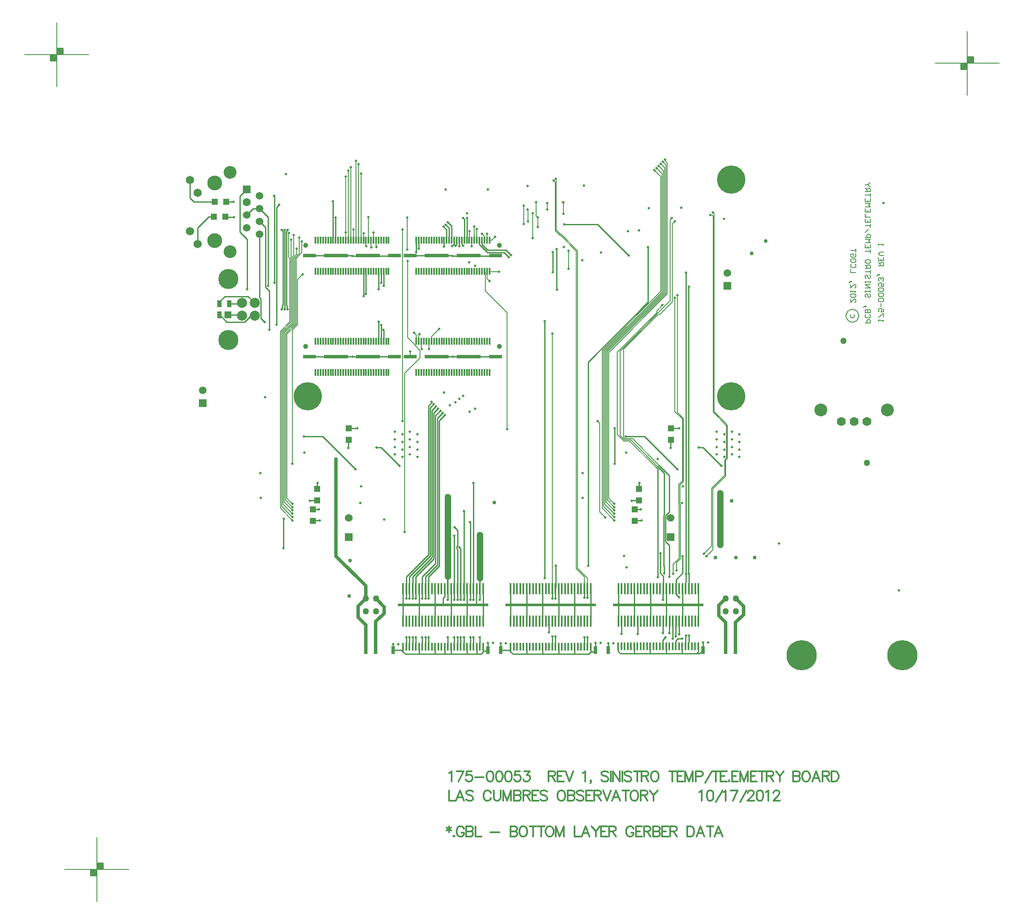
<source format=gbl>
%FSLAX23Y23*%
%MOIN*%
G70*
G01*
G75*
G04 Layer_Physical_Order=6*
G04 Layer_Color=16711680*
%ADD10R,0.050X0.050*%
%ADD11R,0.045X0.017*%
%ADD12R,0.050X0.050*%
%ADD13R,0.048X0.078*%
%ADD14R,0.078X0.048*%
%ADD15R,0.100X0.100*%
%ADD16R,0.272X0.268*%
%ADD17R,0.075X0.037*%
%ADD18R,0.037X0.035*%
%ADD19R,0.037X0.035*%
%ADD20R,0.036X0.036*%
%ADD21R,0.070X0.135*%
%ADD22R,0.135X0.070*%
%ADD23O,0.098X0.028*%
%ADD24R,0.065X0.012*%
%ADD25R,0.030X0.100*%
%ADD26R,0.014X0.060*%
%ADD27R,0.031X0.060*%
%ADD28R,0.100X0.100*%
%ADD29C,0.005*%
%ADD30C,0.025*%
%ADD31C,0.008*%
%ADD32C,0.010*%
%ADD33C,0.050*%
%ADD34C,0.006*%
%ADD35C,0.012*%
%ADD36C,0.012*%
%ADD37C,0.012*%
%ADD38C,0.100*%
%ADD39C,0.065*%
%ADD40C,0.116*%
%ADD41C,0.063*%
%ADD42C,0.059*%
%ADD43R,0.059X0.059*%
%ADD44C,0.157*%
%ADD45C,0.079*%
%ADD46R,0.059X0.059*%
%ADD47C,0.059*%
%ADD48C,0.020*%
%ADD49C,0.060*%
%ADD50R,0.060X0.060*%
%ADD51C,0.070*%
%ADD52C,0.039*%
%ADD53C,0.220*%
%ADD54C,0.050*%
%ADD55C,0.236*%
%ADD56C,0.030*%
%ADD57C,0.040*%
%ADD58C,0.103*%
%ADD59C,0.080*%
%ADD60C,0.168*%
%ADD61C,0.075*%
%ADD62C,0.131*%
%ADD63C,0.076*%
%ADD64C,0.075*%
G04:AMPARAMS|DCode=65|XSize=95.433mil|YSize=95.433mil|CornerRadius=0mil|HoleSize=0mil|Usage=FLASHONLY|Rotation=0.000|XOffset=0mil|YOffset=0mil|HoleType=Round|Shape=Relief|Width=10mil|Gap=10mil|Entries=4|*
%AMTHD65*
7,0,0,0.095,0.075,0.010,45*
%
%ADD65THD65*%
G04:AMPARAMS|DCode=66|XSize=90mil|YSize=90mil|CornerRadius=0mil|HoleSize=0mil|Usage=FLASHONLY|Rotation=0.000|XOffset=0mil|YOffset=0mil|HoleType=Round|Shape=Relief|Width=10mil|Gap=10mil|Entries=4|*
%AMTHD66*
7,0,0,0.090,0.070,0.010,45*
%
%ADD66THD66*%
%ADD67C,0.080*%
%ADD68C,0.206*%
G04:AMPARAMS|DCode=69|XSize=85mil|YSize=85mil|CornerRadius=0mil|HoleSize=0mil|Usage=FLASHONLY|Rotation=0.000|XOffset=0mil|YOffset=0mil|HoleType=Round|Shape=Relief|Width=10mil|Gap=10mil|Entries=4|*
%AMTHD69*
7,0,0,0.085,0.065,0.010,45*
%
%ADD69THD69*%
%ADD70C,0.158*%
G04:AMPARAMS|DCode=71|XSize=70mil|YSize=70mil|CornerRadius=0mil|HoleSize=0mil|Usage=FLASHONLY|Rotation=0.000|XOffset=0mil|YOffset=0mil|HoleType=Round|Shape=Relief|Width=10mil|Gap=10mil|Entries=4|*
%AMTHD71*
7,0,0,0.070,0.050,0.010,45*
%
%ADD71THD71*%
%ADD72C,0.068*%
%ADD73C,0.055*%
G04:AMPARAMS|DCode=74|XSize=75mil|YSize=75mil|CornerRadius=0mil|HoleSize=0mil|Usage=FLASHONLY|Rotation=0.000|XOffset=0mil|YOffset=0mil|HoleType=Round|Shape=Relief|Width=10mil|Gap=10mil|Entries=4|*
%AMTHD74*
7,0,0,0.075,0.055,0.010,45*
%
%ADD74THD74*%
G04:AMPARAMS|DCode=75|XSize=123mil|YSize=123mil|CornerRadius=0mil|HoleSize=0mil|Usage=FLASHONLY|Rotation=0.000|XOffset=0mil|YOffset=0mil|HoleType=Round|Shape=Relief|Width=10mil|Gap=10mil|Entries=4|*
%AMTHD75*
7,0,0,0.123,0.103,0.010,45*
%
%ADD75THD75*%
G04:AMPARAMS|DCode=76|XSize=100mil|YSize=100mil|CornerRadius=0mil|HoleSize=0mil|Usage=FLASHONLY|Rotation=0.000|XOffset=0mil|YOffset=0mil|HoleType=Round|Shape=Relief|Width=10mil|Gap=10mil|Entries=4|*
%AMTHD76*
7,0,0,0.100,0.080,0.010,45*
%
%ADD76THD76*%
G04:AMPARAMS|DCode=77|XSize=150.551mil|YSize=150.551mil|CornerRadius=0mil|HoleSize=0mil|Usage=FLASHONLY|Rotation=0.000|XOffset=0mil|YOffset=0mil|HoleType=Round|Shape=Relief|Width=10mil|Gap=10mil|Entries=4|*
%AMTHD77*
7,0,0,0.151,0.131,0.010,45*
%
%ADD77THD77*%
G04:AMPARAMS|DCode=78|XSize=96.221mil|YSize=96.221mil|CornerRadius=0mil|HoleSize=0mil|Usage=FLASHONLY|Rotation=0.000|XOffset=0mil|YOffset=0mil|HoleType=Round|Shape=Relief|Width=10mil|Gap=10mil|Entries=4|*
%AMTHD78*
7,0,0,0.096,0.076,0.010,45*
%
%ADD78THD78*%
G04:AMPARAMS|DCode=79|XSize=88mil|YSize=88mil|CornerRadius=0mil|HoleSize=0mil|Usage=FLASHONLY|Rotation=0.000|XOffset=0mil|YOffset=0mil|HoleType=Round|Shape=Relief|Width=10mil|Gap=10mil|Entries=4|*
%AMTHD79*
7,0,0,0.088,0.068,0.010,45*
%
%ADD79THD79*%
%ADD80R,0.100X0.025*%
%ADD81R,0.012X0.057*%
%ADD82R,0.185X0.025*%
%ADD83R,0.035X0.053*%
%ADD84R,0.053X0.053*%
%ADD85R,0.709X0.020*%
%ADD86R,0.016X0.085*%
D10*
X56559Y35384D02*
D03*
Y35294D02*
D03*
X54045Y35384D02*
D03*
Y35294D02*
D03*
X56277Y34662D02*
D03*
Y34752D02*
D03*
X53763Y34662D02*
D03*
Y34752D02*
D03*
X56311Y34822D02*
D03*
Y34912D02*
D03*
X53797Y34822D02*
D03*
Y34912D02*
D03*
D12*
X53082Y37038D02*
D03*
X52992D02*
D03*
X53088Y37157D02*
D03*
X52998D02*
D03*
D25*
X57065Y33671D02*
D03*
X56986D02*
D03*
X54255Y33671D02*
D03*
X54176D02*
D03*
D26*
X55093Y33680D02*
D03*
X54468D02*
D03*
X56773Y33681D02*
D03*
X56748D02*
D03*
X56723D02*
D03*
X56698D02*
D03*
X56673D02*
D03*
X56648D02*
D03*
X56623D02*
D03*
X56598D02*
D03*
X56573D02*
D03*
X56548D02*
D03*
X56523D02*
D03*
X56498D02*
D03*
X56473D02*
D03*
X56448D02*
D03*
X56423D02*
D03*
X56398D02*
D03*
X56373D02*
D03*
X56348D02*
D03*
X56323D02*
D03*
X56298D02*
D03*
X56273D02*
D03*
X56248D02*
D03*
X56223D02*
D03*
X56198D02*
D03*
X56173D02*
D03*
X56148D02*
D03*
X55933Y33680D02*
D03*
X55908D02*
D03*
X55883D02*
D03*
X55858D02*
D03*
X55833D02*
D03*
X55808D02*
D03*
X55783D02*
D03*
X55758D02*
D03*
X55733D02*
D03*
X55708D02*
D03*
X55683D02*
D03*
X55658D02*
D03*
X55633D02*
D03*
X55608D02*
D03*
X55583D02*
D03*
X55558D02*
D03*
X55533D02*
D03*
X55508D02*
D03*
X55483D02*
D03*
X55458D02*
D03*
X55433D02*
D03*
X55408D02*
D03*
X55383D02*
D03*
X55358D02*
D03*
X55333D02*
D03*
X55308D02*
D03*
X55068D02*
D03*
X55043D02*
D03*
X55018D02*
D03*
X54993D02*
D03*
X54968D02*
D03*
X54943D02*
D03*
X54918D02*
D03*
X54893D02*
D03*
X54868D02*
D03*
X54843D02*
D03*
X54818D02*
D03*
X54793D02*
D03*
X54768D02*
D03*
X54743D02*
D03*
X54718D02*
D03*
X54693D02*
D03*
X54668D02*
D03*
X54643D02*
D03*
X54618D02*
D03*
X54593D02*
D03*
X54568D02*
D03*
X54543D02*
D03*
X54518D02*
D03*
X54493D02*
D03*
D27*
X54390Y33653D02*
D03*
X55130D02*
D03*
X55230D02*
D03*
X55970D02*
D03*
X56810D02*
D03*
X56070D02*
D03*
D29*
X58026Y36265D02*
X58025Y36275D01*
X58022Y36285D01*
X58018Y36294D01*
X58011Y36301D01*
X58003Y36307D01*
X57994Y36312D01*
X57984Y36314D01*
X57974Y36315D01*
X57965Y36313D01*
X57955Y36310D01*
X57947Y36304D01*
X57939Y36298D01*
X57934Y36289D01*
X57930Y36280D01*
X57928Y36270D01*
Y36260D01*
X57930Y36250D01*
X57934Y36241D01*
X57939Y36233D01*
X57947Y36226D01*
X57955Y36221D01*
X57965Y36217D01*
X57974Y36216D01*
X57984Y36216D01*
X57994Y36219D01*
X58003Y36223D01*
X58011Y36229D01*
X58018Y36237D01*
X58022Y36246D01*
X58025Y36255D01*
X58026Y36265D01*
X55719Y37066D02*
X55722Y37063D01*
X55719Y37066D02*
Y37150D01*
X55593Y37095D02*
X55594Y37094D01*
X55593Y37095D02*
Y37147D01*
X55507Y37046D02*
X55521Y37032D01*
X55507Y37046D02*
Y37151D01*
X55521Y36958D02*
Y37032D01*
X55481Y36872D02*
Y37064D01*
X55443Y37001D02*
Y37092D01*
X55440Y37095D02*
X55443Y37092D01*
X55411Y36982D02*
Y37126D01*
X56163Y35834D02*
Y35990D01*
Y35328D02*
Y35834D01*
Y35990D02*
X56554Y36381D01*
X56163Y35328D02*
X56196Y35295D01*
X56190Y36005D02*
X56462Y36277D01*
X56190Y35314D02*
X56200Y35304D01*
X56190Y35314D02*
Y36005D01*
X54501Y37033D02*
X54502Y37032D01*
Y36783D02*
Y37032D01*
X54503Y36097D02*
Y36691D01*
Y36097D02*
X54560Y36040D01*
Y36034D02*
Y36040D01*
Y36034D02*
X54600Y35993D01*
Y35934D02*
Y35993D01*
X54481Y35815D02*
X54600Y35934D01*
X54523Y35984D02*
X54525Y35982D01*
Y35944D02*
Y35982D01*
X54481Y34577D02*
Y35815D01*
X54464Y35443D02*
Y36938D01*
X55986Y35442D02*
X56003Y35425D01*
Y34733D02*
Y35425D01*
Y34733D02*
X56047Y34689D01*
X55084Y36905D02*
X55103Y36885D01*
Y36855D02*
Y36885D01*
X55123Y36902D02*
X55125Y36904D01*
X55123Y36855D02*
Y36902D01*
X55162Y36855D02*
X55188Y36882D01*
X55143Y36855D02*
X55162D01*
X55123Y36554D02*
Y36612D01*
Y36554D02*
X55144Y36534D01*
X53645Y36549D02*
X53684Y36589D01*
X53645Y36194D02*
Y36549D01*
X53605Y36154D02*
X53645Y36194D01*
X53605Y35386D02*
Y36154D01*
X55280Y35380D02*
Y36289D01*
X55111Y36458D02*
X55280Y36289D01*
X55111Y36458D02*
Y36605D01*
X55103Y36612D02*
X55111Y36605D01*
X54553Y36133D02*
X54572Y36114D01*
Y36065D02*
Y36114D01*
X54690Y36101D02*
X54749Y36161D01*
X54690Y36065D02*
Y36101D01*
X54611Y36005D02*
X54613Y36004D01*
X54611Y36005D02*
Y36065D01*
X54670Y36004D02*
X54671Y36004D01*
X54670Y36004D02*
Y36065D01*
X54592D02*
Y36117D01*
X54597Y36123D01*
X55633Y36124D02*
X55633Y36123D01*
Y34133D02*
Y36123D01*
X55004Y36854D02*
X55005Y36855D01*
X55004Y36809D02*
Y36854D01*
X56570Y36981D02*
X56592Y37003D01*
X56570Y36372D02*
Y36981D01*
X56475Y36277D02*
X56570Y36372D01*
X56554Y37017D02*
X56566Y37029D01*
X56554Y36381D02*
Y37017D01*
X54985Y36855D02*
X54987Y36857D01*
Y36926D01*
X56449Y36302D02*
X56495Y36348D01*
X56449Y36289D02*
Y36302D01*
X56462Y36277D02*
X56475D01*
X56140Y35980D02*
X56449Y36289D01*
X56140Y35339D02*
Y35980D01*
Y35339D02*
X56193Y35286D01*
X56237D01*
X56443Y35081D01*
X56196Y35295D02*
X56248D01*
X56453Y35090D01*
X56200Y35304D02*
X56259D01*
X56463Y35100D01*
X55665Y36934D02*
Y37333D01*
X55661Y37337D02*
X55665Y37333D01*
X55644Y37321D02*
X55656Y37309D01*
Y36930D02*
Y37309D01*
Y36930D02*
X55694Y36892D01*
X55665Y36934D02*
X55698Y36901D01*
X55704D01*
X55831Y36773D01*
Y34292D02*
Y36773D01*
X55694Y36892D02*
X55700D01*
X55822Y36770D01*
Y34289D02*
Y36770D01*
X55831Y34292D02*
X55908Y34215D01*
Y34133D02*
Y34215D01*
X55822Y34289D02*
X55883Y34227D01*
Y34133D02*
Y34227D01*
X55025Y36961D02*
X55025Y36961D01*
X55025Y36855D02*
Y36961D01*
X55044Y36941D02*
X55044Y36941D01*
X55044Y36855D02*
Y36941D01*
X56888Y37071D02*
X56898Y37061D01*
Y35514D02*
Y37061D01*
X56868Y37052D02*
X56879D01*
X56889Y37042D01*
Y35511D02*
Y37042D01*
X56898Y35514D02*
X56986Y35426D01*
Y35426D02*
Y35426D01*
Y35426D02*
X57002Y35410D01*
Y35150D02*
Y35410D01*
X56988Y35136D02*
X57002Y35150D01*
X56988Y35014D02*
Y35136D01*
X56986Y35012D02*
X56988Y35014D01*
X56986Y35012D02*
Y35012D01*
X56889Y35511D02*
X56993Y35406D01*
Y35154D02*
Y35406D01*
X56979Y35140D02*
X56993Y35154D01*
X56979Y35018D02*
Y35140D01*
X56878Y34916D02*
X56979Y35018D01*
X56878Y34466D02*
Y34916D01*
X56887Y34913D02*
X56986Y35012D01*
X56887Y34436D02*
Y34913D01*
X56838Y34387D02*
X56887Y34436D01*
X56818Y34406D02*
X56878Y34466D01*
X56578Y34249D02*
Y34322D01*
X56603Y34277D02*
Y34335D01*
X56578Y34322D02*
X56624Y34369D01*
Y34788D01*
X56622Y34791D02*
X56624Y34788D01*
X56622Y34791D02*
Y34946D01*
X56627Y34952D01*
Y34952D01*
X56631Y34795D02*
Y34942D01*
X56633Y34365D02*
Y34792D01*
X56631Y34795D02*
X56633Y34792D01*
X56603Y34335D02*
X56633Y34365D01*
X56631Y34942D02*
X56658Y34970D01*
X56627Y34952D02*
X56649Y34974D01*
X56658Y34970D02*
Y35462D01*
X56610Y35510D02*
X56658Y35462D01*
X56649Y34974D02*
Y35458D01*
X56590Y35517D02*
X56649Y35458D01*
X56610Y35510D02*
Y36424D01*
X56590Y35517D02*
Y36404D01*
D30*
X53943Y34387D02*
Y35144D01*
Y34387D02*
X54176Y34154D01*
Y34055D02*
Y34154D01*
X54117Y33996D02*
X54176Y34055D01*
X54117Y33908D02*
Y33996D01*
Y33908D02*
X54176Y33848D01*
Y33671D02*
Y33848D01*
X54256Y34055D02*
X54321Y33990D01*
Y33940D02*
Y33990D01*
X54255Y33874D02*
X54321Y33940D01*
X54255Y33671D02*
Y33874D01*
X56986Y33671D02*
Y33868D01*
X56934Y33921D02*
X56986Y33868D01*
X56934Y33921D02*
Y34003D01*
X56986Y34055D01*
X57066D02*
X57127Y33994D01*
Y33930D02*
Y33994D01*
X57065Y33868D02*
X57127Y33930D01*
X57065Y33671D02*
Y33868D01*
D31*
X55143Y36612D02*
X55146Y36609D01*
X55216D01*
X55760Y36633D02*
X55762Y36635D01*
Y36771D01*
X58873Y37990D02*
Y38490D01*
X58623Y38240D02*
X59123D01*
X58823Y38190D02*
X58873D01*
X58823D02*
Y38240D01*
X58873Y38290D02*
X58923D01*
Y38240D02*
Y38290D01*
X58878Y38245D02*
Y38285D01*
X58918D01*
Y38245D02*
Y38285D01*
X58878Y38245D02*
X58918D01*
X58883Y38250D02*
Y38280D01*
X58913D01*
Y38250D02*
Y38280D01*
X58888Y38250D02*
X58913D01*
X58888Y38255D02*
Y38275D01*
X58908D01*
Y38255D02*
Y38275D01*
X58893Y38255D02*
X58908D01*
X58893Y38260D02*
Y38270D01*
X58903D01*
Y38260D02*
Y38270D01*
X58893Y38260D02*
X58903D01*
X58898D02*
Y38270D01*
X58828Y38195D02*
Y38235D01*
X58868D01*
Y38195D02*
Y38235D01*
X58828Y38195D02*
X58868D01*
X58833Y38200D02*
Y38230D01*
X58863D01*
Y38200D02*
Y38230D01*
X58838Y38200D02*
X58863D01*
X58838Y38205D02*
Y38225D01*
X58858D01*
Y38205D02*
Y38225D01*
X58843Y38205D02*
X58858D01*
X58843Y38210D02*
Y38220D01*
X58853D01*
Y38210D02*
Y38220D01*
X58843Y38210D02*
X58853D01*
X58848D02*
Y38220D01*
X51765Y38056D02*
Y38556D01*
X51515Y38306D02*
X52015D01*
X51715Y38256D02*
X51765D01*
X51715D02*
Y38306D01*
X51765Y38356D02*
X51815D01*
Y38306D02*
Y38356D01*
X51770Y38311D02*
Y38351D01*
X51810D01*
Y38311D02*
Y38351D01*
X51770Y38311D02*
X51810D01*
X51775Y38316D02*
Y38346D01*
X51805D01*
Y38316D02*
Y38346D01*
X51780Y38316D02*
X51805D01*
X51780Y38321D02*
Y38341D01*
X51800D01*
Y38321D02*
Y38341D01*
X51785Y38321D02*
X51800D01*
X51785Y38326D02*
Y38336D01*
X51795D01*
Y38326D02*
Y38336D01*
X51785Y38326D02*
X51795D01*
X51790D02*
Y38336D01*
X51720Y38261D02*
Y38301D01*
X51760D01*
Y38261D02*
Y38301D01*
X51720Y38261D02*
X51760D01*
X51725Y38266D02*
Y38296D01*
X51755D01*
Y38266D02*
Y38296D01*
X51730Y38266D02*
X51755D01*
X51730Y38271D02*
Y38291D01*
X51750D01*
Y38271D02*
Y38291D01*
X51735Y38271D02*
X51750D01*
X51735Y38276D02*
Y38286D01*
X51745D01*
Y38276D02*
Y38286D01*
X51735Y38276D02*
X51745D01*
X51740D02*
Y38286D01*
X52077Y31688D02*
Y32188D01*
X51827Y31938D02*
X52327D01*
X52027Y31888D02*
X52077D01*
X52027D02*
Y31938D01*
X52077Y31988D02*
X52127D01*
Y31938D02*
Y31988D01*
X52082Y31943D02*
Y31983D01*
X52122D01*
Y31943D02*
Y31983D01*
X52082Y31943D02*
X52122D01*
X52087Y31948D02*
Y31978D01*
X52117D01*
Y31948D02*
Y31978D01*
X52092Y31948D02*
X52117D01*
X52092Y31953D02*
Y31973D01*
X52112D01*
Y31953D02*
Y31973D01*
X52097Y31953D02*
X52112D01*
X52097Y31958D02*
Y31968D01*
X52107D01*
Y31958D02*
Y31968D01*
X52097Y31958D02*
X52107D01*
X52102D02*
Y31968D01*
X52032Y31893D02*
Y31933D01*
X52072D01*
Y31893D02*
Y31933D01*
X52032Y31893D02*
X52072D01*
X52037Y31898D02*
Y31928D01*
X52067D01*
Y31898D02*
Y31928D01*
X52042Y31898D02*
X52067D01*
X52042Y31903D02*
Y31923D01*
X52062D01*
Y31903D02*
Y31923D01*
X52047Y31903D02*
X52062D01*
X52047Y31908D02*
Y31918D01*
X52057D01*
Y31908D02*
Y31918D01*
X52047Y31908D02*
X52057D01*
X52052D02*
Y31918D01*
D32*
X54792Y33622D02*
X55042D01*
X54486D02*
X54792D01*
X54793Y33623D01*
Y33680D01*
X55042Y33622D02*
X55077D01*
X55042D02*
X55043Y33623D01*
Y33680D01*
X53206Y36358D02*
X53212Y36364D01*
X53109Y36358D02*
X53206D01*
X56548Y34227D02*
Y34471D01*
X56508Y34304D02*
Y34308D01*
Y34252D02*
Y34304D01*
X56518Y34501D02*
Y34701D01*
X56504Y34308D02*
Y34706D01*
Y34308D02*
X56508Y34304D01*
X56518Y34701D02*
X56548Y34731D01*
X56518Y34501D02*
X56548Y34471D01*
Y34731D02*
Y35015D01*
X56508Y34710D02*
Y35035D01*
X56504Y34706D02*
X56508Y34710D01*
X56463Y35100D02*
X56548Y35015D01*
X56453Y35090D02*
X56508Y35035D01*
X56443Y35081D02*
X56458Y35066D01*
Y34222D02*
Y35066D01*
X54990Y34651D02*
X54993Y34647D01*
Y34133D02*
Y34647D01*
X55018Y34133D02*
Y34960D01*
X55029Y34005D02*
X55042Y34018D01*
Y34132D01*
X55043Y34133D01*
X54781Y34005D02*
Y34059D01*
X54793Y34072D01*
Y34133D01*
X54866Y34547D02*
X54868Y34544D01*
Y34133D02*
Y34544D01*
X54893Y34469D02*
Y34588D01*
X54887Y34462D02*
X54893Y34469D01*
X54887Y34447D02*
Y34462D01*
Y34447D02*
X54893Y34440D01*
Y34133D02*
Y34440D01*
X54871Y34611D02*
X54893Y34588D01*
X53535Y34677D02*
X53536Y34678D01*
X53535Y34449D02*
Y34677D01*
X54906Y34455D02*
X54918Y34442D01*
Y34133D02*
Y34442D01*
X54943Y34737D02*
X54945Y34739D01*
X54943Y34133D02*
Y34737D01*
X55573Y36221D02*
X55574Y36222D01*
X55573Y34217D02*
Y36221D01*
X55658Y34133D02*
X55661Y34135D01*
Y34311D01*
X55913D02*
Y35903D01*
X56381Y36371D01*
Y36801D01*
X55068Y34133D02*
Y34216D01*
X56651Y34254D02*
Y34387D01*
X56599Y34202D02*
X56651Y34254D01*
X56599Y34133D02*
Y34202D01*
X56478Y34252D02*
Y34408D01*
Y34252D02*
X56499Y34231D01*
Y34133D02*
Y34231D01*
X54159Y36421D02*
X54161Y36419D01*
X54159Y36421D02*
Y36612D01*
X54178Y36436D02*
X54178Y36436D01*
X54178Y36436D02*
Y36612D01*
X55728Y36978D02*
X55986D01*
X56229Y36735D01*
X55636Y36605D02*
Y36762D01*
X54571D02*
X54572Y36762D01*
Y36855D01*
X55666Y36476D02*
X55672Y36470D01*
X55666Y36476D02*
Y36785D01*
X54592Y36788D02*
Y36855D01*
X56676Y36601D02*
X56676Y36600D01*
Y34249D02*
Y36600D01*
X56697Y36487D02*
X56702Y36492D01*
X56697Y34252D02*
Y36487D01*
Y34252D02*
X56701Y34249D01*
X54938Y37030D02*
X54946Y37022D01*
Y36855D02*
Y37022D01*
X54966Y37027D02*
X54968Y37029D01*
X54966Y36855D02*
Y37027D01*
X56119Y35386D02*
X56120Y35387D01*
X56119Y35109D02*
Y35386D01*
X56355Y35321D02*
X56610Y35066D01*
X56207Y35321D02*
X56355D01*
X56811Y35237D02*
X56955Y35093D01*
X56776Y35237D02*
X56811D01*
X56622Y35384D02*
X56623Y35385D01*
X56559Y35384D02*
X56622D01*
X56556Y35291D02*
X56559Y35294D01*
X56556Y35233D02*
Y35291D01*
X56283Y34667D02*
X56330D01*
X56277Y34662D02*
X56283Y34667D01*
X56322Y34752D02*
X56323Y34753D01*
X56277Y34752D02*
X56322D01*
X56258Y34822D02*
X56311D01*
X56255Y34819D02*
X56258Y34822D01*
X56311Y34958D02*
X56313Y34960D01*
X56311Y34912D02*
Y34958D01*
X54262Y35237D02*
X54297D01*
X54441Y35093D01*
X53693Y35321D02*
X53841D01*
X54096Y35066D01*
X54108Y35384D02*
X54109Y35385D01*
X54045Y35384D02*
X54108D01*
X54042Y35291D02*
X54045Y35294D01*
X54042Y35233D02*
Y35291D01*
X53797Y34958D02*
X53799Y34960D01*
X53797Y34912D02*
Y34958D01*
X53808Y34752D02*
X53809Y34753D01*
X53763Y34752D02*
X53808D01*
X53763Y34662D02*
X53769Y34667D01*
X53816D01*
X53741Y34819D02*
X53744Y34822D01*
X53797D01*
X56598Y34092D02*
X56623Y34067D01*
X56498Y33877D02*
X56499Y33878D01*
X56498Y33787D02*
Y33877D01*
X56498Y34132D02*
X56499Y34133D01*
X56498Y34047D02*
Y34132D01*
Y33733D02*
X56518Y33753D01*
X56498Y33681D02*
Y33733D01*
X56548Y33877D02*
X56549Y33878D01*
X56548Y33787D02*
Y33877D01*
X56574Y33742D02*
Y33878D01*
X56598Y34132D02*
X56599Y34133D01*
X56598Y34092D02*
Y34132D01*
X56613Y33742D02*
X56648D01*
X56598Y33727D02*
X56613Y33742D01*
X56598Y33681D02*
Y33727D01*
X56166Y33624D02*
X56758D01*
X55068Y34082D02*
Y34133D01*
X55068Y34082D02*
X55068Y34082D01*
X55068Y34047D02*
Y34082D01*
X55018Y34082D02*
Y34133D01*
X55018Y34082D02*
X55018Y34082D01*
X55018Y34047D02*
Y34082D01*
X54993Y34082D02*
Y34133D01*
X54993Y34082D02*
X54993Y34082D01*
X54993Y34047D02*
Y34082D01*
X54943Y34082D02*
Y34133D01*
X54943Y34082D02*
X54943Y34082D01*
X54943Y34047D02*
Y34082D01*
X54818Y34047D02*
Y34133D01*
X54818Y34047D02*
X54818Y34047D01*
X54868D02*
Y34133D01*
X54868Y34047D02*
X54868Y34047D01*
X54893D02*
Y34133D01*
X54893Y34047D02*
X54893Y34047D01*
X54918D02*
Y34133D01*
X54918Y34047D02*
X54918Y34047D01*
X55068Y33680D02*
Y33752D01*
X55018Y33680D02*
Y33752D01*
X54993Y33680D02*
Y33752D01*
X54943Y33680D02*
Y33752D01*
X54818Y33680D02*
Y33752D01*
X54868Y33680D02*
Y33752D01*
X54893Y33680D02*
Y33752D01*
X54918Y33680D02*
Y33752D01*
X54968Y33878D02*
Y34133D01*
X55093Y33878D02*
Y34133D01*
X54968Y33624D02*
Y33680D01*
X55608Y33793D02*
Y33878D01*
X55658Y34085D02*
Y34133D01*
X55658Y34085D02*
X55658Y34085D01*
X55658Y34057D02*
Y34085D01*
X55633Y34057D02*
Y34133D01*
X55633Y34057D02*
X55633Y34057D01*
X55658Y33680D02*
Y33759D01*
X55633Y33680D02*
Y33759D01*
X55883Y34062D02*
Y34133D01*
X55883Y34062D02*
X55883Y34062D01*
X55908Y34085D02*
Y34133D01*
X55908Y34085D02*
X55908Y34085D01*
X55908Y34062D02*
Y34085D01*
Y33680D02*
Y33753D01*
X55883Y33680D02*
Y33753D01*
X56299Y33780D02*
Y33878D01*
X56174Y33780D02*
Y33878D01*
X56598Y33758D02*
Y33877D01*
X56623Y33877D02*
X56624Y33878D01*
X56623Y33774D02*
Y33877D01*
X56699Y34133D02*
Y34247D01*
X56701Y34249D01*
X56674Y34133D02*
Y34181D01*
X56676Y34184D01*
Y34249D01*
X56676Y33754D02*
Y33765D01*
X56675Y33753D02*
X56676Y33754D01*
X56700Y33764D02*
X56701Y33765D01*
X56700Y33718D02*
Y33764D01*
X56675Y33718D02*
Y33753D01*
X56673Y33716D02*
X56675Y33718D01*
X56673Y33681D02*
Y33716D01*
X56698D02*
X56700Y33718D01*
X56698Y33681D02*
Y33716D01*
X54468Y33878D02*
Y34133D01*
X54593Y33878D02*
Y34133D01*
X54718Y33878D02*
Y34133D01*
X54843Y33878D02*
Y34133D01*
X55308Y33878D02*
Y34133D01*
X55433Y33878D02*
Y34133D01*
X55558Y33878D02*
Y34133D01*
X55683Y33878D02*
Y34133D01*
X55808Y33878D02*
Y34133D01*
X55933Y33878D02*
Y34133D01*
X56149Y33878D02*
Y34133D01*
X56274Y33878D02*
Y34133D01*
X56399Y33878D02*
Y34133D01*
X56524Y33878D02*
Y34133D01*
X56649Y33878D02*
Y34133D01*
X56774Y33878D02*
Y34133D01*
X54176Y34055D02*
X54176D01*
X54390Y33696D02*
X54392Y33698D01*
X54390Y33653D02*
Y33696D01*
Y33653D02*
X54455D01*
X54468Y33640D01*
X55093Y33645D02*
Y33680D01*
Y33638D02*
Y33645D01*
X55122D02*
X55130Y33653D01*
X55093Y33645D02*
X55122D01*
X55130Y33707D02*
X55131Y33708D01*
X55130Y33653D02*
Y33707D01*
X55230Y33704D02*
X55230Y33703D01*
Y33653D02*
Y33703D01*
Y33653D02*
X55296D01*
X55308Y33640D01*
X55955Y33638D02*
X55970Y33653D01*
X55933Y33638D02*
X55955D01*
X55970Y33710D02*
X55970Y33710D01*
Y33653D02*
Y33710D01*
X56070Y33706D02*
X56071Y33707D01*
X56070Y33653D02*
Y33706D01*
X56810Y33711D02*
X56810Y33710D01*
Y33653D02*
Y33710D01*
X56781Y33624D02*
X56810Y33653D01*
X56758Y33624D02*
X56781D01*
X54468Y33640D02*
Y33680D01*
Y33640D02*
X54486Y33622D01*
X55077D02*
X55093Y33638D01*
X54843Y33624D02*
Y33680D01*
X54718Y33624D02*
Y33680D01*
X54593Y33624D02*
Y33680D01*
X55308Y33640D02*
Y33680D01*
Y33640D02*
X55326Y33622D01*
X55918D02*
X55933Y33638D01*
Y33680D01*
X55326Y33622D02*
X55918D01*
X55808Y33624D02*
Y33680D01*
X55683Y33624D02*
Y33680D01*
X55558Y33624D02*
Y33680D01*
X55433Y33624D02*
Y33680D01*
X56273Y33625D02*
Y33681D01*
X56398Y33625D02*
Y33681D01*
X56523Y33625D02*
Y33681D01*
X56648Y33625D02*
Y33681D01*
X56773Y33639D02*
Y33681D01*
X56758Y33624D02*
X56773Y33639D01*
X56148Y33641D02*
X56166Y33624D01*
X56148Y33641D02*
Y33681D01*
X53035Y36271D02*
X53036D01*
X53090Y36217D01*
X53232D01*
X53280Y36265D01*
X53310D01*
X53562Y36321D02*
Y36346D01*
X53557Y36351D02*
X53562Y36346D01*
Y36321D02*
X53567Y36316D01*
X53524Y36321D02*
Y36346D01*
X53529Y36351D01*
X53519Y36316D02*
X53524Y36321D01*
X53543Y36316D02*
Y36937D01*
X53557Y36924D02*
X53567Y36934D01*
Y36937D01*
X53557Y36351D02*
Y36924D01*
X53519Y36934D02*
X53529Y36924D01*
X53519Y36934D02*
Y36937D01*
X53529Y36351D02*
Y36924D01*
X54818Y36994D02*
X54848Y36965D01*
Y36855D02*
Y36965D01*
X54801Y36977D02*
X54828Y36951D01*
X54784Y36961D02*
X54808Y36936D01*
Y36855D02*
Y36936D01*
X54828Y36855D02*
Y36951D01*
X54073Y35945D02*
X54401D01*
X53945Y35944D02*
X54071D01*
X53737D02*
X53945D01*
X54401Y35945D02*
X54402Y35944D01*
X54071D02*
X54073Y35945D01*
X54982Y35944D02*
X55190D01*
X54856D02*
X54982D01*
X54732D02*
X54856D01*
X54854Y36733D02*
X55189D01*
X54732Y36734D02*
X54853D01*
X54525D02*
X54732D01*
X55189Y36733D02*
X55190Y36734D01*
X54853D02*
X54854Y36733D01*
X54069D02*
X54401D01*
X53945Y36734D02*
X54068D01*
X53737D02*
X53945D01*
X54068D02*
X54069Y36733D01*
X53347Y36407D02*
Y36901D01*
Y36407D02*
X53358Y36395D01*
Y36244D02*
Y36395D01*
Y36244D02*
X53387Y36216D01*
X54276Y36219D02*
X54277Y36218D01*
Y36065D02*
Y36218D01*
X53482Y37113D02*
X53500Y37131D01*
X53482Y36196D02*
Y37113D01*
X53481Y36195D02*
X53482Y36196D01*
X54296Y36066D02*
Y36193D01*
Y36066D02*
X54296Y36065D01*
X53347Y37001D02*
X53395Y36954D01*
Y36490D02*
Y36954D01*
Y36490D02*
X53425Y36460D01*
Y36156D02*
Y36460D01*
X54315Y36157D02*
X54316Y36155D01*
Y36065D02*
Y36155D01*
X53194Y37198D02*
X53247Y37251D01*
X53194Y36919D02*
Y37198D01*
Y36919D02*
X53250Y36863D01*
Y36472D02*
Y36863D01*
X54276Y36471D02*
X54277Y36471D01*
Y36612D01*
X53462Y37203D02*
X53463Y37202D01*
Y36521D02*
Y37202D01*
X54296Y36522D02*
X54297Y36522D01*
X54296Y36522D02*
Y36612D01*
X53247Y37051D02*
X53297Y37101D01*
X53347D01*
X53414Y37035D01*
Y36498D02*
Y37035D01*
X54316Y36498D02*
X54316Y36498D01*
Y36612D01*
X53088Y37157D02*
X53090Y37155D01*
X53144D01*
X53921Y37159D02*
X53922Y37157D01*
Y36855D02*
Y37157D01*
X53082Y37038D02*
X53083Y37037D01*
X53146D01*
X53942Y37033D02*
X53943Y37034D01*
X53942Y36855D02*
Y37033D01*
X52864Y36827D02*
Y36952D01*
X52950Y37038D01*
X52992D01*
X52804Y37185D02*
Y37325D01*
Y37185D02*
X52833Y37157D01*
X52998D01*
X53206Y36271D02*
X53212Y36265D01*
X53102Y36271D02*
X53206D01*
X53035Y36358D02*
Y36374D01*
X53077Y36417D01*
X53257D01*
X53310Y36364D01*
X54568Y33680D02*
Y33753D01*
X54543Y33680D02*
Y33753D01*
X54518Y33680D02*
Y33753D01*
X54493Y33680D02*
Y33753D01*
X54618Y33680D02*
Y33753D01*
X54643Y33680D02*
Y33753D01*
X54668Y33680D02*
Y33753D01*
Y34057D02*
X54668Y34056D01*
X54643Y34056D02*
Y34057D01*
Y34056D02*
X54643Y34055D01*
X54618Y34056D02*
Y34057D01*
Y34056D02*
X54618Y34055D01*
X54568Y34057D02*
X54568Y34056D01*
X54543Y34057D02*
X54543Y34056D01*
X54518Y34057D02*
X54518Y34056D01*
X54493Y34057D02*
X54493Y34056D01*
X54568Y34133D02*
Y34227D01*
X54543Y34133D02*
Y34227D01*
X54518Y34133D02*
Y34227D01*
X54493Y34133D02*
Y34227D01*
X54618Y34133D02*
Y34227D01*
X54643Y34133D02*
Y34227D01*
X54668Y34133D02*
Y34227D01*
X54750Y34308D01*
X54643Y34227D02*
X54736Y34319D01*
X54618Y34227D02*
X54722Y34330D01*
X54568Y34227D02*
X54708Y34366D01*
X54543Y34227D02*
X54694Y34377D01*
X54518Y34227D02*
X54680Y34388D01*
X54493Y34227D02*
X54666Y34399D01*
X54750Y34308D02*
Y35447D01*
X54793Y35490D01*
X54736Y34319D02*
Y35466D01*
X54776Y35506D01*
X54722Y34330D02*
Y35486D01*
X54759Y35523D01*
X54680Y34388D02*
Y35546D01*
X54708Y35574D01*
X54691Y35584D02*
Y35591D01*
X54666Y34399D02*
Y35559D01*
X54691Y35584D01*
X54694Y34377D02*
Y35526D01*
X54725Y35557D01*
X54708Y34366D02*
Y35506D01*
X54742Y35540D01*
X54668Y34055D02*
Y34056D01*
X54618Y34055D02*
Y34133D01*
X54568Y34055D02*
Y34056D01*
Y34133D01*
X54543Y34055D02*
Y34056D01*
Y34133D01*
X54518Y34055D02*
Y34056D01*
Y34133D01*
X54493Y34055D02*
Y34056D01*
Y34133D01*
X54788Y36806D02*
Y36855D01*
X54887Y36819D02*
Y36855D01*
X54878Y36811D02*
X54887Y36819D01*
X54907Y36810D02*
Y36855D01*
Y36810D02*
X54907Y36810D01*
X54926Y36822D02*
Y36855D01*
Y36822D02*
X54938Y36811D01*
X55084Y36821D02*
Y36855D01*
Y36821D02*
X55126Y36779D01*
X55064Y36821D02*
Y36855D01*
Y36821D02*
X55126Y36759D01*
X55256D01*
X55293Y36722D01*
X55126Y36779D02*
X55270D01*
X55310Y36738D01*
X54668Y34056D02*
Y34133D01*
X54643Y34055D02*
Y34133D01*
X54867Y36827D02*
Y36855D01*
X54850Y36810D02*
X54867Y36827D01*
D33*
X55068Y34216D02*
Y34551D01*
X56943Y34475D02*
X56945Y34477D01*
Y34878D01*
X54817Y34229D02*
Y34849D01*
D34*
X54198Y36855D02*
Y37034D01*
X54080Y36855D02*
Y36939D01*
X54021Y37350D02*
X54022Y37351D01*
X54021Y36914D02*
Y37350D01*
X54040Y36855D02*
Y37399D01*
Y37407D01*
X54060Y36855D02*
Y37424D01*
X54099Y37474D02*
X54100Y37475D01*
X54099Y36855D02*
Y37474D01*
X54119Y36855D02*
Y37448D01*
X54139Y36855D02*
Y37374D01*
X56521Y36438D02*
Y37446D01*
X56511Y36442D02*
Y37422D01*
X56491Y36450D02*
Y37374D01*
X53575Y36912D02*
Y36917D01*
X56464Y37435D02*
X56501Y37398D01*
Y36446D02*
Y37398D01*
X56481Y37452D02*
X56511Y37422D01*
X56515Y37476D02*
X56531Y37460D01*
X56515Y37476D02*
Y37486D01*
X56498Y37469D02*
X56521Y37446D01*
X56447Y37418D02*
X56491Y37374D01*
X56430Y37402D02*
X56481Y37351D01*
Y36454D02*
Y37351D01*
X56531Y36434D02*
Y37460D01*
X56074Y35977D02*
X56531Y36434D01*
X56064Y35981D02*
X56521Y36438D01*
X56054Y35985D02*
X56511Y36442D01*
X56044Y35989D02*
X56501Y36446D01*
X56034Y35993D02*
X56491Y36450D01*
X56024Y35997D02*
X56481Y36454D01*
X56034Y34777D02*
Y35993D01*
X56044Y34793D02*
Y35989D01*
X56054Y34808D02*
Y35985D01*
X56064Y34824D02*
Y35981D01*
X56074Y34839D02*
Y35977D01*
X53595Y36214D02*
Y36860D01*
X54257Y36805D02*
X54259Y36803D01*
X54257Y36805D02*
Y36855D01*
X53658Y36753D02*
Y36876D01*
X54237Y36855D02*
Y36916D01*
X53678Y36759D02*
Y36846D01*
X54218Y36802D02*
X54220Y36800D01*
X54218Y36802D02*
Y36855D01*
X53637Y36746D02*
Y36789D01*
X54178Y36808D02*
X54179Y36808D01*
X54178Y36808D02*
Y36855D01*
X53615Y36734D02*
Y36895D01*
X54159Y36855D02*
Y36908D01*
X53575Y36726D02*
Y36912D01*
X54021Y36855D02*
X54021Y36856D01*
Y36914D01*
X53575Y36912D02*
X53576Y36913D01*
X53575Y36726D02*
X53585Y36716D01*
X53645Y36726D02*
X53678Y36759D01*
X53645Y36721D02*
Y36726D01*
X53635Y36711D02*
X53645Y36721D01*
X53635Y36198D02*
Y36711D01*
Y36730D02*
X53658Y36753D01*
X53635Y36726D02*
Y36730D01*
X53625Y36716D02*
X53635Y36726D01*
X53625Y36202D02*
Y36716D01*
Y36734D02*
X53637Y36746D01*
X53625Y36730D02*
Y36734D01*
X53615Y36720D02*
X53625Y36730D01*
X53615Y36206D02*
Y36720D01*
X53605Y36724D02*
X53615Y36734D01*
X53605Y36210D02*
Y36724D01*
X53585Y36218D02*
Y36716D01*
X53560Y36123D02*
X53635Y36198D01*
X53550Y36127D02*
X53625Y36202D01*
X53540Y36131D02*
X53615Y36206D01*
X53530Y36135D02*
X53605Y36210D01*
X53520Y36139D02*
X53595Y36214D01*
X53510Y36143D02*
X53585Y36218D01*
X53510Y34761D02*
Y36143D01*
X53520Y34777D02*
Y36139D01*
X53530Y34793D02*
Y36135D01*
X53540Y34808D02*
Y36131D01*
X53550Y34824D02*
Y36127D01*
X53560Y34839D02*
Y36123D01*
Y34839D02*
X53604Y34795D01*
X56024Y34761D02*
Y35997D01*
Y34761D02*
X56118Y34667D01*
X56034Y34777D02*
X56118Y34693D01*
X56044Y34793D02*
X56118Y34719D01*
X56054Y34808D02*
X56118Y34744D01*
X56064Y34824D02*
X56118Y34770D01*
X56074Y34839D02*
X56118Y34795D01*
X53605Y35109D02*
Y35386D01*
X53510Y34761D02*
X53604Y34667D01*
X53520Y34777D02*
X53604Y34693D01*
X53530Y34793D02*
X53604Y34719D01*
X53540Y34808D02*
X53604Y34744D01*
X53550Y34824D02*
X53604Y34770D01*
X57990Y36276D02*
Y36256D01*
X57983Y36249D01*
X57970D01*
X57963Y36256D01*
Y36276D01*
Y36396D02*
Y36369D01*
X57990Y36396D01*
X57996D01*
X58003Y36389D01*
Y36376D01*
X57996Y36369D01*
Y36409D02*
X58003Y36416D01*
Y36429D01*
X57996Y36436D01*
X57970D01*
X57963Y36429D01*
Y36416D01*
X57970Y36409D01*
X57996D01*
X57963Y36449D02*
Y36463D01*
Y36456D01*
X58003D01*
X57996Y36449D01*
X57963Y36509D02*
Y36483D01*
X57990Y36509D01*
X57996D01*
X58003Y36503D01*
Y36489D01*
X57996Y36483D01*
X57956Y36529D02*
X57963Y36536D01*
X57970D01*
Y36529D01*
X57963D01*
Y36536D01*
X57956Y36529D01*
X57950Y36523D01*
X58003Y36603D02*
X57963D01*
Y36629D01*
X57996Y36669D02*
X58003Y36663D01*
Y36649D01*
X57996Y36643D01*
X57970D01*
X57963Y36649D01*
Y36663D01*
X57970Y36669D01*
X58003Y36702D02*
Y36689D01*
X57996Y36682D01*
X57970D01*
X57963Y36689D01*
Y36702D01*
X57970Y36709D01*
X57996D01*
X58003Y36702D01*
X57996Y36749D02*
X58003Y36742D01*
Y36729D01*
X57996Y36722D01*
X57970D01*
X57963Y36729D01*
Y36742D01*
X57970Y36749D01*
X57983D01*
Y36736D01*
X58003Y36762D02*
Y36789D01*
Y36776D01*
X57963D01*
X58078Y36210D02*
X58118D01*
Y36230D01*
X58111Y36237D01*
X58098D01*
X58091Y36230D01*
Y36210D01*
X58111Y36277D02*
X58118Y36270D01*
Y36257D01*
X58111Y36250D01*
X58085D01*
X58078Y36257D01*
Y36270D01*
X58085Y36277D01*
X58118Y36290D02*
X58078D01*
Y36310D01*
X58085Y36317D01*
X58091D01*
X58098Y36310D01*
Y36290D01*
Y36310D01*
X58105Y36317D01*
X58111D01*
X58118Y36310D01*
Y36290D01*
X58071Y36337D02*
X58078Y36343D01*
X58085D01*
Y36337D01*
X58078D01*
Y36343D01*
X58071Y36337D01*
X58065Y36330D01*
X58111Y36437D02*
X58118Y36430D01*
Y36417D01*
X58111Y36410D01*
X58105D01*
X58098Y36417D01*
Y36430D01*
X58091Y36437D01*
X58085D01*
X58078Y36430D01*
Y36417D01*
X58085Y36410D01*
X58118Y36450D02*
Y36463D01*
Y36457D01*
X58078D01*
Y36450D01*
Y36463D01*
Y36483D02*
X58118D01*
X58078Y36510D01*
X58118D01*
Y36523D02*
Y36536D01*
Y36530D01*
X58078D01*
Y36523D01*
Y36536D01*
X58111Y36583D02*
X58118Y36576D01*
Y36563D01*
X58111Y36556D01*
X58105D01*
X58098Y36563D01*
Y36576D01*
X58091Y36583D01*
X58085D01*
X58078Y36576D01*
Y36563D01*
X58085Y36556D01*
X58118Y36596D02*
Y36623D01*
Y36610D01*
X58078D01*
Y36636D02*
X58118D01*
Y36656D01*
X58111Y36663D01*
X58098D01*
X58091Y36656D01*
Y36636D01*
Y36650D02*
X58078Y36663D01*
X58118Y36696D02*
Y36683D01*
X58111Y36676D01*
X58085D01*
X58078Y36683D01*
Y36696D01*
X58085Y36703D01*
X58111D01*
X58118Y36696D01*
Y36756D02*
Y36783D01*
Y36770D01*
X58078D01*
X58118Y36823D02*
Y36796D01*
X58078D01*
Y36823D01*
X58098Y36796D02*
Y36810D01*
X58078Y36836D02*
X58118D01*
X58105Y36850D01*
X58118Y36863D01*
X58078D01*
Y36876D02*
X58118D01*
Y36896D01*
X58111Y36903D01*
X58098D01*
X58091Y36896D01*
Y36876D01*
X58078Y36916D02*
X58105Y36943D01*
X58118Y36956D02*
Y36983D01*
Y36970D01*
X58078D01*
X58118Y37023D02*
Y36996D01*
X58078D01*
Y37023D01*
X58098Y36996D02*
Y37010D01*
X58118Y37036D02*
X58078D01*
Y37063D01*
X58118Y37103D02*
Y37076D01*
X58078D01*
Y37103D01*
X58098Y37076D02*
Y37090D01*
X58078Y37116D02*
X58118D01*
X58105Y37130D01*
X58118Y37143D01*
X58078D01*
X58118Y37183D02*
Y37156D01*
X58078D01*
Y37183D01*
X58098Y37156D02*
Y37170D01*
X58118Y37196D02*
Y37223D01*
Y37210D01*
X58078D01*
Y37236D02*
X58118D01*
Y37256D01*
X58111Y37263D01*
X58098D01*
X58091Y37256D01*
Y37236D01*
Y37250D02*
X58078Y37263D01*
X58118Y37276D02*
X58111D01*
X58098Y37290D01*
X58111Y37303D01*
X58118D01*
X58098Y37290D02*
X58078D01*
X58180Y36222D02*
Y36235D01*
Y36228D01*
X58220D01*
X58213Y36222D01*
X58220Y36255D02*
Y36281D01*
X58213D01*
X58186Y36255D01*
X58180D01*
X58220Y36321D02*
Y36295D01*
X58200D01*
X58206Y36308D01*
Y36315D01*
X58200Y36321D01*
X58186D01*
X58180Y36315D01*
Y36301D01*
X58186Y36295D01*
X58200Y36335D02*
Y36361D01*
X58213Y36375D02*
X58220Y36381D01*
Y36395D01*
X58213Y36401D01*
X58186D01*
X58180Y36395D01*
Y36381D01*
X58186Y36375D01*
X58213D01*
Y36415D02*
X58220Y36421D01*
Y36435D01*
X58213Y36441D01*
X58186D01*
X58180Y36435D01*
Y36421D01*
X58186Y36415D01*
X58213D01*
Y36455D02*
X58220Y36461D01*
Y36475D01*
X58213Y36481D01*
X58186D01*
X58180Y36475D01*
Y36461D01*
X58186Y36455D01*
X58213D01*
X58220Y36521D02*
Y36495D01*
X58200D01*
X58206Y36508D01*
Y36515D01*
X58200Y36521D01*
X58186D01*
X58180Y36515D01*
Y36501D01*
X58186Y36495D01*
X58213Y36535D02*
X58220Y36541D01*
Y36555D01*
X58213Y36561D01*
X58206D01*
X58200Y36555D01*
Y36548D01*
Y36555D01*
X58193Y36561D01*
X58186D01*
X58180Y36555D01*
Y36541D01*
X58186Y36535D01*
X58173Y36581D02*
X58180Y36588D01*
X58186D01*
Y36581D01*
X58180D01*
Y36588D01*
X58173Y36581D01*
X58166Y36575D01*
X58180Y36655D02*
X58220D01*
Y36675D01*
X58213Y36681D01*
X58200D01*
X58193Y36675D01*
Y36655D01*
Y36668D02*
X58180Y36681D01*
X58220Y36721D02*
Y36695D01*
X58180D01*
Y36721D01*
X58200Y36695D02*
Y36708D01*
X58220Y36735D02*
X58193D01*
X58180Y36748D01*
X58193Y36761D01*
X58220D01*
X58180Y36815D02*
Y36828D01*
Y36821D01*
X58220D01*
X58213Y36815D01*
D35*
X54826Y32275D02*
Y32230D01*
X54807Y32264D02*
X54845Y32241D01*
Y32264D02*
X54807Y32241D01*
X54865Y32203D02*
X54861Y32199D01*
X54865Y32196D01*
X54869Y32199D01*
X54865Y32203D01*
X54944Y32256D02*
X54940Y32264D01*
X54932Y32272D01*
X54925Y32275D01*
X54909D01*
X54902Y32272D01*
X54894Y32264D01*
X54890Y32256D01*
X54887Y32245D01*
Y32226D01*
X54890Y32215D01*
X54894Y32207D01*
X54902Y32199D01*
X54909Y32196D01*
X54925D01*
X54932Y32199D01*
X54940Y32207D01*
X54944Y32215D01*
Y32226D01*
X54925D02*
X54944D01*
X54962Y32275D02*
Y32196D01*
Y32275D02*
X54996D01*
X55008Y32272D01*
X55012Y32268D01*
X55015Y32260D01*
Y32253D01*
X55012Y32245D01*
X55008Y32241D01*
X54996Y32237D01*
X54962D02*
X54996D01*
X55008Y32234D01*
X55012Y32230D01*
X55015Y32222D01*
Y32211D01*
X55012Y32203D01*
X55008Y32199D01*
X54996Y32196D01*
X54962D01*
X55033Y32275D02*
Y32196D01*
X55079D01*
X55151Y32230D02*
X55219D01*
X55306Y32275D02*
Y32196D01*
Y32275D02*
X55340D01*
X55351Y32272D01*
X55355Y32268D01*
X55359Y32260D01*
Y32253D01*
X55355Y32245D01*
X55351Y32241D01*
X55340Y32237D01*
X55306D02*
X55340D01*
X55351Y32234D01*
X55355Y32230D01*
X55359Y32222D01*
Y32211D01*
X55355Y32203D01*
X55351Y32199D01*
X55340Y32196D01*
X55306D01*
X55400Y32275D02*
X55392Y32272D01*
X55384Y32264D01*
X55381Y32256D01*
X55377Y32245D01*
Y32226D01*
X55381Y32215D01*
X55384Y32207D01*
X55392Y32199D01*
X55400Y32196D01*
X55415D01*
X55422Y32199D01*
X55430Y32207D01*
X55434Y32215D01*
X55438Y32226D01*
Y32245D01*
X55434Y32256D01*
X55430Y32264D01*
X55422Y32272D01*
X55415Y32275D01*
X55400D01*
X55483D02*
Y32196D01*
X55456Y32275D02*
X55510D01*
X55546D02*
Y32196D01*
X55519Y32275D02*
X55573D01*
X55605D02*
X55597Y32272D01*
X55590Y32264D01*
X55586Y32256D01*
X55582Y32245D01*
Y32226D01*
X55586Y32215D01*
X55590Y32207D01*
X55597Y32199D01*
X55605Y32196D01*
X55620D01*
X55628Y32199D01*
X55635Y32207D01*
X55639Y32215D01*
X55643Y32226D01*
Y32245D01*
X55639Y32256D01*
X55635Y32264D01*
X55628Y32272D01*
X55620Y32275D01*
X55605D01*
X55662D02*
Y32196D01*
Y32275D02*
X55692Y32196D01*
X55723Y32275D02*
X55692Y32196D01*
X55723Y32275D02*
Y32196D01*
X55808Y32275D02*
Y32196D01*
X55854D01*
X55924D02*
X55893Y32275D01*
X55863Y32196D01*
X55874Y32222D02*
X55912D01*
X55942Y32275D02*
X55973Y32237D01*
Y32196D01*
X56003Y32275D02*
X55973Y32237D01*
X56063Y32275D02*
X56014D01*
Y32196D01*
X56063D01*
X56014Y32237D02*
X56044D01*
X56076Y32275D02*
Y32196D01*
Y32275D02*
X56111D01*
X56122Y32272D01*
X56126Y32268D01*
X56130Y32260D01*
Y32253D01*
X56126Y32245D01*
X56122Y32241D01*
X56111Y32237D01*
X56076D01*
X56103D02*
X56130Y32196D01*
X56268Y32256D02*
X56264Y32264D01*
X56256Y32272D01*
X56249Y32275D01*
X56233D01*
X56226Y32272D01*
X56218Y32264D01*
X56214Y32256D01*
X56211Y32245D01*
Y32226D01*
X56214Y32215D01*
X56218Y32207D01*
X56226Y32199D01*
X56233Y32196D01*
X56249D01*
X56256Y32199D01*
X56264Y32207D01*
X56268Y32215D01*
Y32226D01*
X56249D02*
X56268D01*
X56335Y32275D02*
X56286D01*
Y32196D01*
X56335D01*
X56286Y32237D02*
X56316D01*
X56349Y32275D02*
Y32196D01*
Y32275D02*
X56383D01*
X56394Y32272D01*
X56398Y32268D01*
X56402Y32260D01*
Y32253D01*
X56398Y32245D01*
X56394Y32241D01*
X56383Y32237D01*
X56349D01*
X56375D02*
X56402Y32196D01*
X56420Y32275D02*
Y32196D01*
Y32275D02*
X56454D01*
X56466Y32272D01*
X56470Y32268D01*
X56473Y32260D01*
Y32253D01*
X56470Y32245D01*
X56466Y32241D01*
X56454Y32237D01*
X56420D02*
X56454D01*
X56466Y32234D01*
X56470Y32230D01*
X56473Y32222D01*
Y32211D01*
X56470Y32203D01*
X56466Y32199D01*
X56454Y32196D01*
X56420D01*
X56541Y32275D02*
X56491D01*
Y32196D01*
X56541D01*
X56491Y32237D02*
X56522D01*
X56554Y32275D02*
Y32196D01*
Y32275D02*
X56588D01*
X56600Y32272D01*
X56604Y32268D01*
X56607Y32260D01*
Y32253D01*
X56604Y32245D01*
X56600Y32241D01*
X56588Y32237D01*
X56554D01*
X56581D02*
X56607Y32196D01*
X56688Y32275D02*
Y32196D01*
Y32275D02*
X56715D01*
X56726Y32272D01*
X56734Y32264D01*
X56738Y32256D01*
X56741Y32245D01*
Y32226D01*
X56738Y32215D01*
X56734Y32207D01*
X56726Y32199D01*
X56715Y32196D01*
X56688D01*
X56820D02*
X56790Y32275D01*
X56759Y32196D01*
X56771Y32222D02*
X56809D01*
X56866Y32275D02*
Y32196D01*
X56839Y32275D02*
X56892D01*
X56963Y32196D02*
X56932Y32275D01*
X56902Y32196D01*
X56913Y32222D02*
X56951D01*
D36*
X54828Y32556D02*
Y32476D01*
X54874D01*
X54943D02*
X54913Y32556D01*
X54882Y32476D01*
X54894Y32503D02*
X54932D01*
X55015Y32545D02*
X55008Y32552D01*
X54996Y32556D01*
X54981D01*
X54970Y32552D01*
X54962Y32545D01*
Y32537D01*
X54966Y32529D01*
X54970Y32526D01*
X54977Y32522D01*
X55000Y32514D01*
X55008Y32510D01*
X55012Y32507D01*
X55015Y32499D01*
Y32487D01*
X55008Y32480D01*
X54996Y32476D01*
X54981D01*
X54970Y32480D01*
X54962Y32487D01*
X55153Y32537D02*
X55149Y32545D01*
X55142Y32552D01*
X55134Y32556D01*
X55119D01*
X55111Y32552D01*
X55104Y32545D01*
X55100Y32537D01*
X55096Y32526D01*
Y32507D01*
X55100Y32495D01*
X55104Y32487D01*
X55111Y32480D01*
X55119Y32476D01*
X55134D01*
X55142Y32480D01*
X55149Y32487D01*
X55153Y32495D01*
X55176Y32556D02*
Y32499D01*
X55180Y32487D01*
X55187Y32480D01*
X55199Y32476D01*
X55206D01*
X55218Y32480D01*
X55225Y32487D01*
X55229Y32499D01*
Y32556D01*
X55251D02*
Y32476D01*
Y32556D02*
X55282Y32476D01*
X55312Y32556D02*
X55282Y32476D01*
X55312Y32556D02*
Y32476D01*
X55335Y32556D02*
Y32476D01*
Y32556D02*
X55369D01*
X55381Y32552D01*
X55384Y32548D01*
X55388Y32541D01*
Y32533D01*
X55384Y32526D01*
X55381Y32522D01*
X55369Y32518D01*
X55335D02*
X55369D01*
X55381Y32514D01*
X55384Y32510D01*
X55388Y32503D01*
Y32491D01*
X55384Y32484D01*
X55381Y32480D01*
X55369Y32476D01*
X55335D01*
X55406Y32556D02*
Y32476D01*
Y32556D02*
X55440D01*
X55452Y32552D01*
X55456Y32548D01*
X55460Y32541D01*
Y32533D01*
X55456Y32526D01*
X55452Y32522D01*
X55440Y32518D01*
X55406D01*
X55433D02*
X55460Y32476D01*
X55527Y32556D02*
X55477D01*
Y32476D01*
X55527D01*
X55477Y32518D02*
X55508D01*
X55594Y32545D02*
X55586Y32552D01*
X55575Y32556D01*
X55559D01*
X55548Y32552D01*
X55540Y32545D01*
Y32537D01*
X55544Y32529D01*
X55548Y32526D01*
X55555Y32522D01*
X55578Y32514D01*
X55586Y32510D01*
X55590Y32507D01*
X55594Y32499D01*
Y32487D01*
X55586Y32480D01*
X55575Y32476D01*
X55559D01*
X55548Y32480D01*
X55540Y32487D01*
X55697Y32556D02*
X55690Y32552D01*
X55682Y32545D01*
X55678Y32537D01*
X55674Y32526D01*
Y32507D01*
X55678Y32495D01*
X55682Y32487D01*
X55690Y32480D01*
X55697Y32476D01*
X55712D01*
X55720Y32480D01*
X55728Y32487D01*
X55731Y32495D01*
X55735Y32507D01*
Y32526D01*
X55731Y32537D01*
X55728Y32545D01*
X55720Y32552D01*
X55712Y32556D01*
X55697D01*
X55754D02*
Y32476D01*
Y32556D02*
X55788D01*
X55800Y32552D01*
X55803Y32548D01*
X55807Y32541D01*
Y32533D01*
X55803Y32526D01*
X55800Y32522D01*
X55788Y32518D01*
X55754D02*
X55788D01*
X55800Y32514D01*
X55803Y32510D01*
X55807Y32503D01*
Y32491D01*
X55803Y32484D01*
X55800Y32480D01*
X55788Y32476D01*
X55754D01*
X55878Y32545D02*
X55871Y32552D01*
X55859Y32556D01*
X55844D01*
X55833Y32552D01*
X55825Y32545D01*
Y32537D01*
X55829Y32529D01*
X55833Y32526D01*
X55840Y32522D01*
X55863Y32514D01*
X55871Y32510D01*
X55875Y32507D01*
X55878Y32499D01*
Y32487D01*
X55871Y32480D01*
X55859Y32476D01*
X55844D01*
X55833Y32480D01*
X55825Y32487D01*
X55946Y32556D02*
X55896D01*
Y32476D01*
X55946D01*
X55896Y32518D02*
X55927D01*
X55959Y32556D02*
Y32476D01*
Y32556D02*
X55993D01*
X56005Y32552D01*
X56009Y32548D01*
X56013Y32541D01*
Y32533D01*
X56009Y32526D01*
X56005Y32522D01*
X55993Y32518D01*
X55959D01*
X55986D02*
X56013Y32476D01*
X56030Y32556D02*
X56061Y32476D01*
X56091Y32556D02*
X56061Y32476D01*
X56163D02*
X56132Y32556D01*
X56102Y32476D01*
X56113Y32503D02*
X56151D01*
X56208Y32556D02*
Y32476D01*
X56181Y32556D02*
X56235D01*
X56267D02*
X56259Y32552D01*
X56252Y32545D01*
X56248Y32537D01*
X56244Y32526D01*
Y32507D01*
X56248Y32495D01*
X56252Y32487D01*
X56259Y32480D01*
X56267Y32476D01*
X56282D01*
X56290Y32480D01*
X56297Y32487D01*
X56301Y32495D01*
X56305Y32507D01*
Y32526D01*
X56301Y32537D01*
X56297Y32545D01*
X56290Y32552D01*
X56282Y32556D01*
X56267D01*
X56324D02*
Y32476D01*
Y32556D02*
X56358D01*
X56369Y32552D01*
X56373Y32548D01*
X56377Y32541D01*
Y32533D01*
X56373Y32526D01*
X56369Y32522D01*
X56358Y32518D01*
X56324D01*
X56350D02*
X56377Y32476D01*
X56395Y32556D02*
X56425Y32518D01*
Y32476D01*
X56456Y32556D02*
X56425Y32518D01*
X56780Y32541D02*
X56788Y32545D01*
X56799Y32556D01*
Y32476D01*
X56862Y32556D02*
X56850Y32552D01*
X56843Y32541D01*
X56839Y32522D01*
Y32510D01*
X56843Y32491D01*
X56850Y32480D01*
X56862Y32476D01*
X56869D01*
X56881Y32480D01*
X56889Y32491D01*
X56892Y32510D01*
Y32522D01*
X56889Y32541D01*
X56881Y32552D01*
X56869Y32556D01*
X56862D01*
X56910Y32465D02*
X56964Y32556D01*
X56969Y32541D02*
X56977Y32545D01*
X56988Y32556D01*
Y32476D01*
X57081Y32556D02*
X57043Y32476D01*
X57028Y32556D02*
X57081D01*
X57099Y32465D02*
X57152Y32556D01*
X57161Y32537D02*
Y32541D01*
X57165Y32548D01*
X57169Y32552D01*
X57176Y32556D01*
X57192D01*
X57199Y32552D01*
X57203Y32548D01*
X57207Y32541D01*
Y32533D01*
X57203Y32526D01*
X57196Y32514D01*
X57157Y32476D01*
X57211D01*
X57252Y32556D02*
X57240Y32552D01*
X57232Y32541D01*
X57229Y32522D01*
Y32510D01*
X57232Y32491D01*
X57240Y32480D01*
X57252Y32476D01*
X57259D01*
X57271Y32480D01*
X57278Y32491D01*
X57282Y32510D01*
Y32522D01*
X57278Y32541D01*
X57271Y32552D01*
X57259Y32556D01*
X57252D01*
X57300Y32541D02*
X57307Y32545D01*
X57319Y32556D01*
Y32476D01*
X57362Y32537D02*
Y32541D01*
X57366Y32548D01*
X57370Y32552D01*
X57378Y32556D01*
X57393D01*
X57400Y32552D01*
X57404Y32548D01*
X57408Y32541D01*
Y32533D01*
X57404Y32526D01*
X57397Y32514D01*
X57359Y32476D01*
X57412D01*
D37*
X54818Y34133D02*
Y34257D01*
X54828Y32691D02*
X54836Y32695D01*
X54847Y32706D01*
Y32626D01*
X54940Y32706D02*
X54902Y32626D01*
X54887Y32706D02*
X54940D01*
X55004D02*
X54966D01*
X54962Y32672D01*
X54966Y32676D01*
X54977Y32679D01*
X54988D01*
X55000Y32676D01*
X55007Y32668D01*
X55011Y32657D01*
Y32649D01*
X55007Y32638D01*
X55000Y32630D01*
X54988Y32626D01*
X54977D01*
X54966Y32630D01*
X54962Y32634D01*
X54958Y32641D01*
X55029Y32660D02*
X55098D01*
X55144Y32706D02*
X55133Y32702D01*
X55125Y32691D01*
X55121Y32672D01*
Y32660D01*
X55125Y32641D01*
X55133Y32630D01*
X55144Y32626D01*
X55152D01*
X55163Y32630D01*
X55171Y32641D01*
X55175Y32660D01*
Y32672D01*
X55171Y32691D01*
X55163Y32702D01*
X55152Y32706D01*
X55144D01*
X55215D02*
X55204Y32702D01*
X55196Y32691D01*
X55193Y32672D01*
Y32660D01*
X55196Y32641D01*
X55204Y32630D01*
X55215Y32626D01*
X55223D01*
X55234Y32630D01*
X55242Y32641D01*
X55246Y32660D01*
Y32672D01*
X55242Y32691D01*
X55234Y32702D01*
X55223Y32706D01*
X55215D01*
X55287D02*
X55275Y32702D01*
X55268Y32691D01*
X55264Y32672D01*
Y32660D01*
X55268Y32641D01*
X55275Y32630D01*
X55287Y32626D01*
X55294D01*
X55306Y32630D01*
X55313Y32641D01*
X55317Y32660D01*
Y32672D01*
X55313Y32691D01*
X55306Y32702D01*
X55294Y32706D01*
X55287D01*
X55381D02*
X55343D01*
X55339Y32672D01*
X55343Y32676D01*
X55354Y32679D01*
X55365D01*
X55377Y32676D01*
X55384Y32668D01*
X55388Y32657D01*
Y32649D01*
X55384Y32638D01*
X55377Y32630D01*
X55365Y32626D01*
X55354D01*
X55343Y32630D01*
X55339Y32634D01*
X55335Y32641D01*
X55414Y32706D02*
X55456D01*
X55433Y32676D01*
X55444D01*
X55452Y32672D01*
X55456Y32668D01*
X55460Y32657D01*
Y32649D01*
X55456Y32638D01*
X55448Y32630D01*
X55437Y32626D01*
X55425D01*
X55414Y32630D01*
X55410Y32634D01*
X55406Y32641D01*
X55603Y32706D02*
Y32626D01*
Y32706D02*
X55637D01*
X55649Y32702D01*
X55653Y32698D01*
X55656Y32691D01*
Y32683D01*
X55653Y32676D01*
X55649Y32672D01*
X55637Y32668D01*
X55603D01*
X55630D02*
X55656Y32626D01*
X55724Y32706D02*
X55674D01*
Y32626D01*
X55724D01*
X55674Y32668D02*
X55705D01*
X55737Y32706D02*
X55768Y32626D01*
X55798Y32706D02*
X55768Y32626D01*
X55871Y32691D02*
X55879Y32695D01*
X55890Y32706D01*
Y32626D01*
X55938Y32630D02*
X55934Y32626D01*
X55930Y32630D01*
X55934Y32634D01*
X55938Y32630D01*
Y32622D01*
X55934Y32615D01*
X55930Y32611D01*
X56071Y32695D02*
X56064Y32702D01*
X56052Y32706D01*
X56037D01*
X56025Y32702D01*
X56018Y32695D01*
Y32687D01*
X56022Y32679D01*
X56025Y32676D01*
X56033Y32672D01*
X56056Y32664D01*
X56064Y32660D01*
X56067Y32657D01*
X56071Y32649D01*
Y32638D01*
X56064Y32630D01*
X56052Y32626D01*
X56037D01*
X56025Y32630D01*
X56018Y32638D01*
X56089Y32706D02*
Y32626D01*
X56106Y32706D02*
Y32626D01*
Y32706D02*
X56159Y32626D01*
Y32706D02*
Y32626D01*
X56181Y32706D02*
Y32626D01*
X56251Y32695D02*
X56244Y32702D01*
X56232Y32706D01*
X56217D01*
X56206Y32702D01*
X56198Y32695D01*
Y32687D01*
X56202Y32679D01*
X56206Y32676D01*
X56213Y32672D01*
X56236Y32664D01*
X56244Y32660D01*
X56248Y32657D01*
X56251Y32649D01*
Y32638D01*
X56244Y32630D01*
X56232Y32626D01*
X56217D01*
X56206Y32630D01*
X56198Y32638D01*
X56296Y32706D02*
Y32626D01*
X56269Y32706D02*
X56323D01*
X56332D02*
Y32626D01*
Y32706D02*
X56366D01*
X56378Y32702D01*
X56382Y32698D01*
X56385Y32691D01*
Y32683D01*
X56382Y32676D01*
X56378Y32672D01*
X56366Y32668D01*
X56332D01*
X56359D02*
X56385Y32626D01*
X56426Y32706D02*
X56419Y32702D01*
X56411Y32695D01*
X56407Y32687D01*
X56403Y32676D01*
Y32657D01*
X56407Y32645D01*
X56411Y32638D01*
X56419Y32630D01*
X56426Y32626D01*
X56441D01*
X56449Y32630D01*
X56457Y32638D01*
X56460Y32645D01*
X56464Y32657D01*
Y32676D01*
X56460Y32687D01*
X56457Y32695D01*
X56449Y32702D01*
X56441Y32706D01*
X56426D01*
X56572D02*
Y32626D01*
X56546Y32706D02*
X56599D01*
X56658D02*
X56609D01*
Y32626D01*
X56658D01*
X56609Y32668D02*
X56639D01*
X56671Y32706D02*
Y32626D01*
Y32706D02*
X56702Y32626D01*
X56732Y32706D02*
X56702Y32626D01*
X56732Y32706D02*
Y32626D01*
X56755Y32664D02*
X56790D01*
X56801Y32668D01*
X56805Y32672D01*
X56809Y32679D01*
Y32691D01*
X56805Y32698D01*
X56801Y32702D01*
X56790Y32706D01*
X56755D01*
Y32626D01*
X56826Y32615D02*
X56880Y32706D01*
X56912D02*
Y32626D01*
X56885Y32706D02*
X56938D01*
X56997D02*
X56948D01*
Y32626D01*
X56997D01*
X56948Y32668D02*
X56978D01*
X57015Y32634D02*
X57011Y32630D01*
X57015Y32626D01*
X57018Y32630D01*
X57015Y32634D01*
X57085Y32706D02*
X57036D01*
Y32626D01*
X57085D01*
X57036Y32668D02*
X57066D01*
X57099Y32706D02*
Y32626D01*
Y32706D02*
X57129Y32626D01*
X57160Y32706D02*
X57129Y32626D01*
X57160Y32706D02*
Y32626D01*
X57232Y32706D02*
X57183D01*
Y32626D01*
X57232D01*
X57183Y32668D02*
X57213D01*
X57272Y32706D02*
Y32626D01*
X57245Y32706D02*
X57299D01*
X57308D02*
Y32626D01*
Y32706D02*
X57343D01*
X57354Y32702D01*
X57358Y32698D01*
X57362Y32691D01*
Y32683D01*
X57358Y32676D01*
X57354Y32672D01*
X57343Y32668D01*
X57308D01*
X57335D02*
X57362Y32626D01*
X57379Y32706D02*
X57410Y32668D01*
Y32626D01*
X57440Y32706D02*
X57410Y32668D01*
X57514Y32706D02*
Y32626D01*
Y32706D02*
X57548D01*
X57559Y32702D01*
X57563Y32698D01*
X57567Y32691D01*
Y32683D01*
X57563Y32676D01*
X57559Y32672D01*
X57548Y32668D01*
X57514D02*
X57548D01*
X57559Y32664D01*
X57563Y32660D01*
X57567Y32653D01*
Y32641D01*
X57563Y32634D01*
X57559Y32630D01*
X57548Y32626D01*
X57514D01*
X57608Y32706D02*
X57600Y32702D01*
X57592Y32695D01*
X57589Y32687D01*
X57585Y32676D01*
Y32657D01*
X57589Y32645D01*
X57592Y32638D01*
X57600Y32630D01*
X57608Y32626D01*
X57623D01*
X57630Y32630D01*
X57638Y32638D01*
X57642Y32645D01*
X57646Y32657D01*
Y32676D01*
X57642Y32687D01*
X57638Y32695D01*
X57630Y32702D01*
X57623Y32706D01*
X57608D01*
X57725Y32626D02*
X57695Y32706D01*
X57664Y32626D01*
X57676Y32653D02*
X57714D01*
X57744Y32706D02*
Y32626D01*
Y32706D02*
X57778D01*
X57790Y32702D01*
X57793Y32698D01*
X57797Y32691D01*
Y32683D01*
X57793Y32676D01*
X57790Y32672D01*
X57778Y32668D01*
X57744D01*
X57771D02*
X57797Y32626D01*
X57815Y32706D02*
Y32626D01*
Y32706D02*
X57842D01*
X57853Y32702D01*
X57861Y32695D01*
X57865Y32687D01*
X57869Y32676D01*
Y32657D01*
X57865Y32645D01*
X57861Y32638D01*
X57853Y32630D01*
X57842Y32626D01*
X57815D01*
D38*
X53117Y36766D02*
D03*
Y37386D02*
D03*
X58249Y35530D02*
D03*
X57729D02*
D03*
D39*
X52864Y36827D02*
D03*
X52804Y36927D02*
D03*
X52864Y37225D02*
D03*
X52804Y37325D02*
D03*
D40*
X52997Y36851D02*
D03*
Y37301D02*
D03*
D41*
X53247Y37151D02*
D03*
D42*
Y37051D02*
D03*
X53347Y37101D02*
D03*
Y37001D02*
D03*
X53247Y36951D02*
D03*
X53347Y37201D02*
D03*
Y36901D02*
D03*
D43*
X53247Y37251D02*
D03*
D44*
X53105Y36077D02*
D03*
Y36552D02*
D03*
D45*
X53212Y36265D02*
D03*
Y36364D02*
D03*
X53310D02*
D03*
Y36265D02*
D03*
D46*
X57001Y36498D02*
D03*
X52904Y35581D02*
D03*
D47*
X57001Y36598D02*
D03*
X52904Y35681D02*
D03*
D48*
X54581Y35338D02*
D03*
Y35279D02*
D03*
Y35220D02*
D03*
Y35161D02*
D03*
X54522Y35181D02*
D03*
Y35240D02*
D03*
Y35299D02*
D03*
Y35358D02*
D03*
X54463Y35338D02*
D03*
Y35279D02*
D03*
Y35220D02*
D03*
Y35161D02*
D03*
X54404Y35181D02*
D03*
Y35240D02*
D03*
Y35299D02*
D03*
Y35358D02*
D03*
X57095Y35338D02*
D03*
Y35279D02*
D03*
Y35220D02*
D03*
Y35161D02*
D03*
X57036Y35181D02*
D03*
Y35240D02*
D03*
Y35299D02*
D03*
Y35358D02*
D03*
X56977Y35338D02*
D03*
Y35279D02*
D03*
Y35220D02*
D03*
Y35161D02*
D03*
X56918Y35181D02*
D03*
Y35240D02*
D03*
Y35299D02*
D03*
Y35358D02*
D03*
X56975Y37023D02*
D03*
X56641Y37110D02*
D03*
X56387Y37107D02*
D03*
X55718Y37151D02*
D03*
X55722Y37063D02*
D03*
X55719Y37150D02*
D03*
X55594Y37094D02*
D03*
X55593Y37147D02*
D03*
X55507Y37151D02*
D03*
X55441Y37278D02*
D03*
X55881Y37282D02*
D03*
X55521Y36958D02*
D03*
Y37032D02*
D03*
X55481Y36872D02*
D03*
Y37064D02*
D03*
X55443Y37001D02*
D03*
X55440Y37095D02*
D03*
X55411Y36982D02*
D03*
Y37126D02*
D03*
X57405Y34484D02*
D03*
X54322Y34673D02*
D03*
X53553Y37373D02*
D03*
X53391Y35630D02*
D03*
X58342Y34119D02*
D03*
X58221Y37144D02*
D03*
X56224Y36927D02*
D03*
X54198Y37034D02*
D03*
X54501Y37033D02*
D03*
X54502Y36783D02*
D03*
X54503Y36691D02*
D03*
X54523Y35984D02*
D03*
X54481Y34577D02*
D03*
X54080Y36939D02*
D03*
X54464Y36938D02*
D03*
Y35443D02*
D03*
X55986Y35442D02*
D03*
X56047Y34689D02*
D03*
X55084Y36905D02*
D03*
X55125Y36904D02*
D03*
X55188Y36882D02*
D03*
X55144Y36534D02*
D03*
X53684Y36589D02*
D03*
X55280Y35380D02*
D03*
X56119Y35386D02*
D03*
X54553Y36133D02*
D03*
X54749Y36161D02*
D03*
X54613Y36004D02*
D03*
X54671D02*
D03*
X54597Y36123D02*
D03*
X55633Y36124D02*
D03*
X55004Y36809D02*
D03*
X56592Y37003D02*
D03*
X54987Y36926D02*
D03*
X56566Y37029D02*
D03*
X56495Y36348D02*
D03*
X54990Y34651D02*
D03*
X55018Y34960D02*
D03*
X54866Y34547D02*
D03*
X54871Y34611D02*
D03*
X53536Y34678D02*
D03*
X53535Y34449D02*
D03*
X54906Y34455D02*
D03*
X54945Y34739D02*
D03*
X55574Y36222D02*
D03*
X55661Y34311D02*
D03*
X55913D02*
D03*
X56381Y36801D02*
D03*
X55216Y36609D02*
D03*
X55760Y36633D02*
D03*
X55762Y36771D02*
D03*
X55661Y37337D02*
D03*
X55644Y37321D02*
D03*
X55044Y36941D02*
D03*
X55025Y36961D02*
D03*
X56888Y37071D02*
D03*
X56868Y37052D02*
D03*
X56818Y34406D02*
D03*
X56838Y34387D02*
D03*
X56478Y34408D02*
D03*
X56651Y34387D02*
D03*
X56590Y36404D02*
D03*
X56610Y36424D02*
D03*
X54161Y36419D02*
D03*
X54178Y36436D02*
D03*
X54022Y37351D02*
D03*
X54040Y37399D02*
D03*
X54060Y37424D02*
D03*
X54100Y37475D02*
D03*
X54119Y37448D02*
D03*
X54139Y37374D02*
D03*
X56515Y37486D02*
D03*
X56498Y37469D02*
D03*
X56481Y37452D02*
D03*
X56464Y37435D02*
D03*
X56447Y37418D02*
D03*
X56430Y37402D02*
D03*
X53595Y36860D02*
D03*
X54259Y36803D02*
D03*
X53658Y36876D02*
D03*
X54237Y36916D02*
D03*
X53678Y36846D02*
D03*
X54220Y36800D02*
D03*
X53637Y36789D02*
D03*
X54179Y36808D02*
D03*
X53615Y36895D02*
D03*
X54159Y36908D02*
D03*
X54021Y36914D02*
D03*
X53576Y36913D02*
D03*
X55867Y36698D02*
D03*
X55725Y36803D02*
D03*
X56013Y36760D02*
D03*
X56312Y36933D02*
D03*
X55728Y36978D02*
D03*
X56229Y36735D02*
D03*
X55636Y36605D02*
D03*
Y36762D02*
D03*
X54571D02*
D03*
X55672Y36470D02*
D03*
X55666Y36785D02*
D03*
X54592Y36788D02*
D03*
X56676Y36601D02*
D03*
X56702Y36492D02*
D03*
X56215Y34299D02*
D03*
X56195Y34388D02*
D03*
X54802Y37253D02*
D03*
X55129D02*
D03*
X54966Y37064D02*
D03*
X54938Y37030D02*
D03*
X54968Y37029D02*
D03*
X56457Y35144D02*
D03*
X56118Y34667D02*
D03*
Y34693D02*
D03*
Y34719D02*
D03*
Y34744D02*
D03*
Y34770D02*
D03*
Y34795D02*
D03*
X56119Y35109D02*
D03*
X56211Y35194D02*
D03*
X56610Y35066D02*
D03*
X56207Y35321D02*
D03*
X56955Y35093D02*
D03*
X56776Y35237D02*
D03*
X56647Y34802D02*
D03*
X55872Y34841D02*
D03*
X56623Y35385D02*
D03*
X56556Y35233D02*
D03*
X55869Y35034D02*
D03*
X56330Y34667D02*
D03*
X56323Y34753D02*
D03*
X56255Y34819D02*
D03*
X56313Y34960D02*
D03*
X56653Y34931D02*
D03*
X53605Y35109D02*
D03*
X54262Y35237D02*
D03*
X54441Y35093D02*
D03*
X53697Y35194D02*
D03*
X53693Y35321D02*
D03*
X54096Y35066D02*
D03*
X54109Y35385D02*
D03*
X54042Y35233D02*
D03*
X53943Y35144D02*
D03*
X53358Y34841D02*
D03*
X53604Y34795D02*
D03*
Y34770D02*
D03*
Y34744D02*
D03*
Y34667D02*
D03*
Y34693D02*
D03*
Y34719D02*
D03*
X53355Y35034D02*
D03*
X53799Y34960D02*
D03*
X53809Y34753D02*
D03*
X53816Y34667D02*
D03*
X53741Y34819D02*
D03*
X54133Y34802D02*
D03*
X54139Y34931D02*
D03*
X56603Y34277D02*
D03*
X56578Y34249D02*
D03*
X56508Y34252D02*
D03*
X56548Y34227D02*
D03*
X56458Y34222D02*
D03*
X55573Y34217D02*
D03*
X56498Y33787D02*
D03*
X56498Y34047D02*
D03*
X56518Y33753D02*
D03*
X56548Y33787D02*
D03*
X56574Y33742D02*
D03*
X56623Y34067D02*
D03*
X56648Y33742D02*
D03*
X55068Y34047D02*
D03*
X55018D02*
D03*
X54993D02*
D03*
X54943D02*
D03*
X54818D02*
D03*
X54868D02*
D03*
X54893D02*
D03*
X54918D02*
D03*
X55068Y33752D02*
D03*
X55018D02*
D03*
X54993D02*
D03*
X54943D02*
D03*
X54818D02*
D03*
X54868D02*
D03*
X54893D02*
D03*
X54918D02*
D03*
X55608Y33793D02*
D03*
X55658Y34057D02*
D03*
X55633D02*
D03*
X55658Y33759D02*
D03*
X55633D02*
D03*
X55908Y34062D02*
D03*
X55883D02*
D03*
X55908Y33753D02*
D03*
X55883D02*
D03*
X56299Y33780D02*
D03*
X56174D02*
D03*
X56598Y33758D02*
D03*
X56623Y33774D02*
D03*
X56701Y34249D02*
D03*
X56676D02*
D03*
X56676Y33765D02*
D03*
X56701D02*
D03*
X56461Y34005D02*
D03*
X55621D02*
D03*
X54781D02*
D03*
X54431Y33700D02*
D03*
X55171Y33708D02*
D03*
X55271Y33705D02*
D03*
X56011Y33709D02*
D03*
X54392Y33698D02*
D03*
X55131Y33708D02*
D03*
X55230Y33704D02*
D03*
X55970Y33710D02*
D03*
X56071Y33707D02*
D03*
X56810Y33711D02*
D03*
X56111Y33705D02*
D03*
X56850Y33712D02*
D03*
X53567Y36316D02*
D03*
X53519D02*
D03*
X53543D02*
D03*
X53519Y36937D02*
D03*
X53543D02*
D03*
X53567D02*
D03*
X54818Y36994D02*
D03*
X54801Y36977D02*
D03*
X54784Y36961D02*
D03*
X54073Y35945D02*
D03*
X54856Y35944D02*
D03*
X54854Y36733D02*
D03*
X54069D02*
D03*
X53387Y36216D02*
D03*
X54276Y36219D02*
D03*
X53500Y37131D02*
D03*
X53481Y36195D02*
D03*
X54296Y36193D02*
D03*
X53425Y36156D02*
D03*
X54315Y36157D02*
D03*
X53250Y36472D02*
D03*
X54276Y36471D02*
D03*
X53462Y37203D02*
D03*
X53463Y36521D02*
D03*
X54297Y36522D02*
D03*
X53414Y36498D02*
D03*
X54316D02*
D03*
X53144Y37155D02*
D03*
X53921Y37159D02*
D03*
X53146Y37037D02*
D03*
X53942Y37033D02*
D03*
X54568Y33753D02*
D03*
X54543D02*
D03*
X54518D02*
D03*
X54493D02*
D03*
X54618D02*
D03*
X54643D02*
D03*
X54668D02*
D03*
X54568Y34057D02*
D03*
X54543D02*
D03*
X54518D02*
D03*
X54493D02*
D03*
X54618D02*
D03*
X54643D02*
D03*
X54668D02*
D03*
X54793Y35490D02*
D03*
X54776Y35506D02*
D03*
X54759Y35523D02*
D03*
X54742Y35540D02*
D03*
X54725Y35557D02*
D03*
X54708Y35574D02*
D03*
X54691Y35591D02*
D03*
X54788Y36806D02*
D03*
X54788Y35666D02*
D03*
X54878Y36811D02*
D03*
Y35590D02*
D03*
X54907Y36810D02*
D03*
X54908Y35615D02*
D03*
X54938Y36811D02*
D03*
X54937Y35640D02*
D03*
X55293Y36722D02*
D03*
X55310Y36738D02*
D03*
X54850Y36810D02*
D03*
X54834Y35565D02*
D03*
X54985Y36681D02*
D03*
X54986Y35515D02*
D03*
X55030Y36657D02*
D03*
Y35540D02*
D03*
D49*
X54043Y34685D02*
D03*
X56557D02*
D03*
D50*
X54043Y34535D02*
D03*
X56557D02*
D03*
D51*
X57889Y35439D02*
D03*
X57989D02*
D03*
X58089D02*
D03*
D52*
X55221Y36814D02*
D03*
X53706D02*
D03*
X55221Y36024D02*
D03*
X53706D02*
D03*
D53*
X57031Y37329D02*
D03*
Y35636D02*
D03*
X53724D02*
D03*
D54*
X57066Y34055D02*
D03*
X56986D02*
D03*
X56986Y33955D02*
D03*
X57066D02*
D03*
X54176D02*
D03*
Y34055D02*
D03*
X54256D02*
D03*
Y33955D02*
D03*
X58092Y35115D02*
D03*
X57908Y36068D02*
D03*
X55068Y34551D02*
D03*
X56943Y34475D02*
D03*
X56945Y34878D02*
D03*
X54817Y34849D02*
D03*
D55*
X57579Y33611D02*
D03*
X58367D02*
D03*
D56*
X57299Y36849D02*
D03*
X57192Y36753D02*
D03*
X55182Y34807D02*
D03*
X57035Y34820D02*
D03*
X54048Y34077D02*
D03*
X54053Y34352D02*
D03*
X57213Y34377D02*
D03*
X57068D02*
D03*
X56908D02*
D03*
D80*
X54402Y36734D02*
D03*
X54525D02*
D03*
X55190D02*
D03*
X53737D02*
D03*
X54402Y35944D02*
D03*
X54525D02*
D03*
X55190D02*
D03*
X53737D02*
D03*
D81*
X55143Y36855D02*
D03*
X55123D02*
D03*
X55103D02*
D03*
X55084D02*
D03*
X55064D02*
D03*
X55044D02*
D03*
X55025D02*
D03*
X55005D02*
D03*
X54985D02*
D03*
X54966D02*
D03*
X54946D02*
D03*
X54926D02*
D03*
X54907D02*
D03*
X54887D02*
D03*
X54867D02*
D03*
X54848D02*
D03*
X54828D02*
D03*
X54808D02*
D03*
X54788D02*
D03*
X54769D02*
D03*
X54749D02*
D03*
X54729D02*
D03*
X54710D02*
D03*
X54690D02*
D03*
X54670D02*
D03*
X54651D02*
D03*
X54631D02*
D03*
X54611D02*
D03*
X54592D02*
D03*
X54572D02*
D03*
X54355D02*
D03*
X54336D02*
D03*
X54316D02*
D03*
X54296D02*
D03*
X54277D02*
D03*
X54257D02*
D03*
X54237D02*
D03*
X54218D02*
D03*
X54198D02*
D03*
X54178D02*
D03*
X54159D02*
D03*
X54139D02*
D03*
X54119D02*
D03*
X54099D02*
D03*
X54080D02*
D03*
X54060D02*
D03*
X54040D02*
D03*
X54021D02*
D03*
X54001D02*
D03*
X53981D02*
D03*
X53962D02*
D03*
X53942D02*
D03*
X53922D02*
D03*
X53903D02*
D03*
X53883D02*
D03*
X53863D02*
D03*
X53844D02*
D03*
X53824D02*
D03*
X53804D02*
D03*
X53785D02*
D03*
X55143Y36612D02*
D03*
X55123D02*
D03*
X55103D02*
D03*
X55084D02*
D03*
X55064D02*
D03*
X55044D02*
D03*
X55025D02*
D03*
X55005D02*
D03*
X54985D02*
D03*
X54966D02*
D03*
X54946D02*
D03*
X54926D02*
D03*
X54907D02*
D03*
X54887D02*
D03*
X54867D02*
D03*
X54848D02*
D03*
X54828D02*
D03*
X54808D02*
D03*
X54788D02*
D03*
X54769D02*
D03*
X54749D02*
D03*
X54729D02*
D03*
X54710D02*
D03*
X54690D02*
D03*
X54670D02*
D03*
X54651D02*
D03*
X54631D02*
D03*
X54611D02*
D03*
X54592D02*
D03*
X54572D02*
D03*
X54355D02*
D03*
X54336D02*
D03*
X54316D02*
D03*
X54296D02*
D03*
X54277D02*
D03*
X54257D02*
D03*
X54237D02*
D03*
X54218D02*
D03*
X54198D02*
D03*
X54178D02*
D03*
X54159D02*
D03*
X54139D02*
D03*
X54119D02*
D03*
X54099D02*
D03*
X54080D02*
D03*
X54060D02*
D03*
X54040D02*
D03*
X54021D02*
D03*
X54001D02*
D03*
X53981D02*
D03*
X53962D02*
D03*
X53942D02*
D03*
X53922D02*
D03*
X53903D02*
D03*
X53883D02*
D03*
X53863D02*
D03*
X53844D02*
D03*
X53824D02*
D03*
X53804D02*
D03*
X53785D02*
D03*
X55143Y36065D02*
D03*
X55123D02*
D03*
X55103D02*
D03*
X55084D02*
D03*
X55064D02*
D03*
X55044D02*
D03*
X55025D02*
D03*
X55005D02*
D03*
X54985D02*
D03*
X54966D02*
D03*
X54946D02*
D03*
X54926D02*
D03*
X54907D02*
D03*
X54887D02*
D03*
X54867D02*
D03*
X54848D02*
D03*
X54828D02*
D03*
X54808D02*
D03*
X54788D02*
D03*
X54769D02*
D03*
X54749D02*
D03*
X54729D02*
D03*
X54710D02*
D03*
X54690D02*
D03*
X54670D02*
D03*
X54651D02*
D03*
X54631D02*
D03*
X54611D02*
D03*
X54592D02*
D03*
X54572D02*
D03*
X54355D02*
D03*
X54336D02*
D03*
X54316D02*
D03*
X54296D02*
D03*
X54277D02*
D03*
X54257D02*
D03*
X54237D02*
D03*
X54218D02*
D03*
X54198D02*
D03*
X54178D02*
D03*
X54159D02*
D03*
X54139D02*
D03*
X54119D02*
D03*
X54099D02*
D03*
X54080D02*
D03*
X54060D02*
D03*
X54040D02*
D03*
X54021D02*
D03*
X54001D02*
D03*
X53981D02*
D03*
X53962D02*
D03*
X53942D02*
D03*
X53922D02*
D03*
X53903D02*
D03*
X53883D02*
D03*
X53863D02*
D03*
X53844D02*
D03*
X53824D02*
D03*
X53804D02*
D03*
X53785D02*
D03*
X55143Y35822D02*
D03*
X55123D02*
D03*
X55103D02*
D03*
X55084D02*
D03*
X55064D02*
D03*
X55044D02*
D03*
X55025D02*
D03*
X55005D02*
D03*
X54985D02*
D03*
X54966D02*
D03*
X54946D02*
D03*
X54926D02*
D03*
X54907D02*
D03*
X54887D02*
D03*
X54867D02*
D03*
X54848D02*
D03*
X54828D02*
D03*
X54808D02*
D03*
X54788D02*
D03*
X54769D02*
D03*
X54749D02*
D03*
X54729D02*
D03*
X54710D02*
D03*
X54690D02*
D03*
X54670D02*
D03*
X54651D02*
D03*
X54631D02*
D03*
X54611D02*
D03*
X54592D02*
D03*
X54572D02*
D03*
X54355D02*
D03*
X54336D02*
D03*
X54316D02*
D03*
X54296D02*
D03*
X54277D02*
D03*
X54257D02*
D03*
X54237D02*
D03*
X54218D02*
D03*
X54198D02*
D03*
X54178D02*
D03*
X54159D02*
D03*
X54139D02*
D03*
X54119D02*
D03*
X54099D02*
D03*
X54080D02*
D03*
X54060D02*
D03*
X54040D02*
D03*
X54021D02*
D03*
X54001D02*
D03*
X53981D02*
D03*
X53962D02*
D03*
X53942D02*
D03*
X53922D02*
D03*
X53903D02*
D03*
X53883D02*
D03*
X53863D02*
D03*
X53844D02*
D03*
X53824D02*
D03*
X53804D02*
D03*
X53785D02*
D03*
D82*
X54982Y36734D02*
D03*
X54732D02*
D03*
X53945D02*
D03*
X54195D02*
D03*
X54982Y35944D02*
D03*
X54732D02*
D03*
X53945D02*
D03*
X54195D02*
D03*
D83*
X53035Y36271D02*
D03*
Y36358D02*
D03*
X53109D02*
D03*
D84*
X53102Y36271D02*
D03*
D85*
X56461Y34005D02*
D03*
X55621D02*
D03*
X54781D02*
D03*
D86*
X54668Y33878D02*
D03*
X54493D02*
D03*
X54668Y34133D02*
D03*
X54493D02*
D03*
X54893Y33878D02*
D03*
X54818D02*
D03*
X54743D02*
D03*
X54893Y34133D02*
D03*
X54818D02*
D03*
X54743D02*
D03*
X55308Y33878D02*
D03*
X55068D02*
D03*
X55308Y34133D02*
D03*
X55068D02*
D03*
X55533Y33878D02*
D03*
X55458D02*
D03*
X55383D02*
D03*
X55533Y34133D02*
D03*
X55458D02*
D03*
X55383D02*
D03*
X55933Y33878D02*
D03*
X55858D02*
D03*
X55783D02*
D03*
X55708D02*
D03*
X55933Y34133D02*
D03*
X55858D02*
D03*
X55783D02*
D03*
X55708D02*
D03*
X56174Y33878D02*
D03*
Y34133D02*
D03*
X56574Y33878D02*
D03*
X56499D02*
D03*
X56424D02*
D03*
X56349D02*
D03*
X56574Y34133D02*
D03*
X56499D02*
D03*
X56424D02*
D03*
X56349D02*
D03*
X56749Y33878D02*
D03*
Y34133D02*
D03*
X54468Y33878D02*
D03*
Y34133D02*
D03*
X54568Y33878D02*
D03*
X54543D02*
D03*
X54518D02*
D03*
X54568Y34133D02*
D03*
X54543D02*
D03*
X54518D02*
D03*
X54643Y33878D02*
D03*
X54618D02*
D03*
X54593D02*
D03*
X54643Y34133D02*
D03*
X54618D02*
D03*
X54593D02*
D03*
X54718Y33878D02*
D03*
X54693D02*
D03*
X54718Y34133D02*
D03*
X54693D02*
D03*
X54793Y33878D02*
D03*
X54768D02*
D03*
X54793Y34133D02*
D03*
X54768D02*
D03*
X54868Y33878D02*
D03*
X54843D02*
D03*
X54868Y34133D02*
D03*
X54843D02*
D03*
X54968Y33878D02*
D03*
X54943D02*
D03*
X54918D02*
D03*
X54968Y34133D02*
D03*
X54943D02*
D03*
X54918D02*
D03*
X55043Y33878D02*
D03*
X55018D02*
D03*
X54993D02*
D03*
X55043Y34133D02*
D03*
X55018D02*
D03*
X54993D02*
D03*
X55093Y33878D02*
D03*
Y34133D02*
D03*
X55358Y33878D02*
D03*
X55333D02*
D03*
X55358Y34133D02*
D03*
X55333D02*
D03*
X55433Y33878D02*
D03*
X55408D02*
D03*
X55433Y34133D02*
D03*
X55408D02*
D03*
X55508Y33878D02*
D03*
X55483D02*
D03*
X55508Y34133D02*
D03*
X55483D02*
D03*
X55608Y33878D02*
D03*
X55583D02*
D03*
X55558D02*
D03*
X55608Y34133D02*
D03*
X55583D02*
D03*
X55558D02*
D03*
X55683Y33878D02*
D03*
X55658D02*
D03*
X55633D02*
D03*
X55683Y34133D02*
D03*
X55658D02*
D03*
X55633D02*
D03*
X55758Y33878D02*
D03*
X55733D02*
D03*
X55758Y34133D02*
D03*
X55733D02*
D03*
X55833Y33878D02*
D03*
X55808D02*
D03*
X55833Y34133D02*
D03*
X55808D02*
D03*
X55908Y33878D02*
D03*
X55883D02*
D03*
X55908Y34133D02*
D03*
X55883D02*
D03*
X56149Y33878D02*
D03*
Y34133D02*
D03*
X56249Y33878D02*
D03*
X56224D02*
D03*
X56199D02*
D03*
X56249Y34133D02*
D03*
X56224D02*
D03*
X56199D02*
D03*
X56324Y33878D02*
D03*
X56299D02*
D03*
X56274D02*
D03*
X56324Y34133D02*
D03*
X56299D02*
D03*
X56274D02*
D03*
X56399Y33878D02*
D03*
X56374D02*
D03*
X56399Y34133D02*
D03*
X56374D02*
D03*
X56474Y33878D02*
D03*
X56449D02*
D03*
X56474Y34133D02*
D03*
X56449D02*
D03*
X56549Y33878D02*
D03*
X56524D02*
D03*
X56549Y34133D02*
D03*
X56524D02*
D03*
X56649Y33878D02*
D03*
X56624D02*
D03*
X56599D02*
D03*
X56649Y34133D02*
D03*
X56624D02*
D03*
X56599D02*
D03*
X56724Y33878D02*
D03*
X56699D02*
D03*
X56674D02*
D03*
X56724Y34133D02*
D03*
X56699D02*
D03*
X56674D02*
D03*
X56774Y33878D02*
D03*
Y34133D02*
D03*
M02*

</source>
